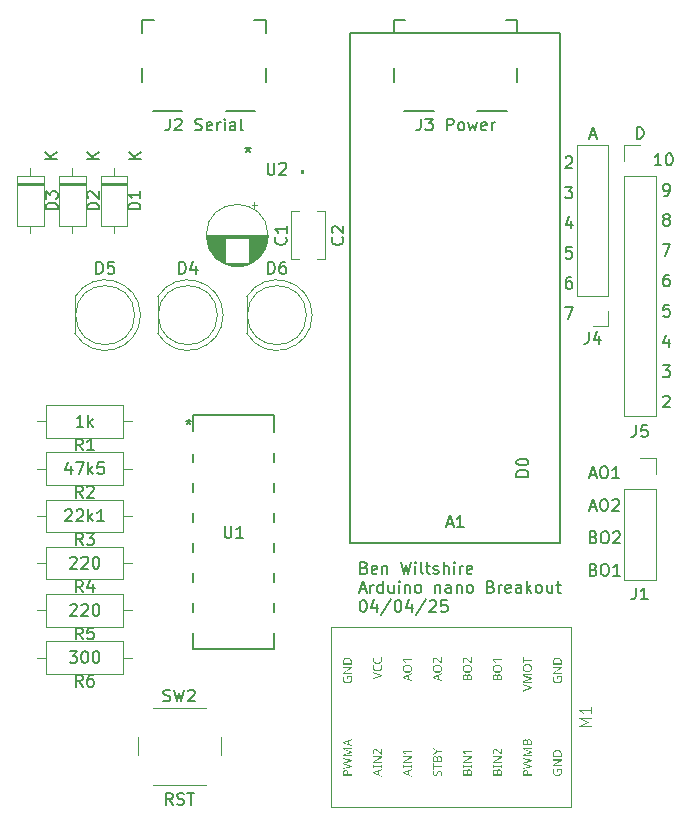
<source format=gbr>
%TF.GenerationSoftware,KiCad,Pcbnew,9.0.1-9.0.1-0~ubuntu24.04.1*%
%TF.CreationDate,2025-04-06T11:40:15+01:00*%
%TF.ProjectId,NanoMotorBreakout,4e616e6f-4d6f-4746-9f72-427265616b6f,rev?*%
%TF.SameCoordinates,Original*%
%TF.FileFunction,Legend,Top*%
%TF.FilePolarity,Positive*%
%FSLAX46Y46*%
G04 Gerber Fmt 4.6, Leading zero omitted, Abs format (unit mm)*
G04 Created by KiCad (PCBNEW 9.0.1-9.0.1-0~ubuntu24.04.1) date 2025-04-06 11:40:15*
%MOMM*%
%LPD*%
G01*
G04 APERTURE LIST*
%ADD10C,0.150000*%
%ADD11C,0.100000*%
%ADD12C,0.120000*%
%ADD13C,0.152400*%
%ADD14C,0.000000*%
G04 APERTURE END LIST*
D10*
X133001905Y-101690057D02*
X133049524Y-101642438D01*
X133049524Y-101642438D02*
X133144762Y-101594819D01*
X133144762Y-101594819D02*
X133382857Y-101594819D01*
X133382857Y-101594819D02*
X133478095Y-101642438D01*
X133478095Y-101642438D02*
X133525714Y-101690057D01*
X133525714Y-101690057D02*
X133573333Y-101785295D01*
X133573333Y-101785295D02*
X133573333Y-101880533D01*
X133573333Y-101880533D02*
X133525714Y-102023390D01*
X133525714Y-102023390D02*
X132954286Y-102594819D01*
X132954286Y-102594819D02*
X133573333Y-102594819D01*
X133954286Y-101690057D02*
X134001905Y-101642438D01*
X134001905Y-101642438D02*
X134097143Y-101594819D01*
X134097143Y-101594819D02*
X134335238Y-101594819D01*
X134335238Y-101594819D02*
X134430476Y-101642438D01*
X134430476Y-101642438D02*
X134478095Y-101690057D01*
X134478095Y-101690057D02*
X134525714Y-101785295D01*
X134525714Y-101785295D02*
X134525714Y-101880533D01*
X134525714Y-101880533D02*
X134478095Y-102023390D01*
X134478095Y-102023390D02*
X133906667Y-102594819D01*
X133906667Y-102594819D02*
X134525714Y-102594819D01*
X135144762Y-101594819D02*
X135240000Y-101594819D01*
X135240000Y-101594819D02*
X135335238Y-101642438D01*
X135335238Y-101642438D02*
X135382857Y-101690057D01*
X135382857Y-101690057D02*
X135430476Y-101785295D01*
X135430476Y-101785295D02*
X135478095Y-101975771D01*
X135478095Y-101975771D02*
X135478095Y-102213866D01*
X135478095Y-102213866D02*
X135430476Y-102404342D01*
X135430476Y-102404342D02*
X135382857Y-102499580D01*
X135382857Y-102499580D02*
X135335238Y-102547200D01*
X135335238Y-102547200D02*
X135240000Y-102594819D01*
X135240000Y-102594819D02*
X135144762Y-102594819D01*
X135144762Y-102594819D02*
X135049524Y-102547200D01*
X135049524Y-102547200D02*
X135001905Y-102499580D01*
X135001905Y-102499580D02*
X134954286Y-102404342D01*
X134954286Y-102404342D02*
X134906667Y-102213866D01*
X134906667Y-102213866D02*
X134906667Y-101975771D01*
X134906667Y-101975771D02*
X134954286Y-101785295D01*
X134954286Y-101785295D02*
X135001905Y-101690057D01*
X135001905Y-101690057D02*
X135049524Y-101642438D01*
X135049524Y-101642438D02*
X135144762Y-101594819D01*
X132954286Y-109594819D02*
X133573333Y-109594819D01*
X133573333Y-109594819D02*
X133240000Y-109975771D01*
X133240000Y-109975771D02*
X133382857Y-109975771D01*
X133382857Y-109975771D02*
X133478095Y-110023390D01*
X133478095Y-110023390D02*
X133525714Y-110071009D01*
X133525714Y-110071009D02*
X133573333Y-110166247D01*
X133573333Y-110166247D02*
X133573333Y-110404342D01*
X133573333Y-110404342D02*
X133525714Y-110499580D01*
X133525714Y-110499580D02*
X133478095Y-110547200D01*
X133478095Y-110547200D02*
X133382857Y-110594819D01*
X133382857Y-110594819D02*
X133097143Y-110594819D01*
X133097143Y-110594819D02*
X133001905Y-110547200D01*
X133001905Y-110547200D02*
X132954286Y-110499580D01*
X134192381Y-109594819D02*
X134287619Y-109594819D01*
X134287619Y-109594819D02*
X134382857Y-109642438D01*
X134382857Y-109642438D02*
X134430476Y-109690057D01*
X134430476Y-109690057D02*
X134478095Y-109785295D01*
X134478095Y-109785295D02*
X134525714Y-109975771D01*
X134525714Y-109975771D02*
X134525714Y-110213866D01*
X134525714Y-110213866D02*
X134478095Y-110404342D01*
X134478095Y-110404342D02*
X134430476Y-110499580D01*
X134430476Y-110499580D02*
X134382857Y-110547200D01*
X134382857Y-110547200D02*
X134287619Y-110594819D01*
X134287619Y-110594819D02*
X134192381Y-110594819D01*
X134192381Y-110594819D02*
X134097143Y-110547200D01*
X134097143Y-110547200D02*
X134049524Y-110499580D01*
X134049524Y-110499580D02*
X134001905Y-110404342D01*
X134001905Y-110404342D02*
X133954286Y-110213866D01*
X133954286Y-110213866D02*
X133954286Y-109975771D01*
X133954286Y-109975771D02*
X134001905Y-109785295D01*
X134001905Y-109785295D02*
X134049524Y-109690057D01*
X134049524Y-109690057D02*
X134097143Y-109642438D01*
X134097143Y-109642438D02*
X134192381Y-109594819D01*
X135144762Y-109594819D02*
X135240000Y-109594819D01*
X135240000Y-109594819D02*
X135335238Y-109642438D01*
X135335238Y-109642438D02*
X135382857Y-109690057D01*
X135382857Y-109690057D02*
X135430476Y-109785295D01*
X135430476Y-109785295D02*
X135478095Y-109975771D01*
X135478095Y-109975771D02*
X135478095Y-110213866D01*
X135478095Y-110213866D02*
X135430476Y-110404342D01*
X135430476Y-110404342D02*
X135382857Y-110499580D01*
X135382857Y-110499580D02*
X135335238Y-110547200D01*
X135335238Y-110547200D02*
X135240000Y-110594819D01*
X135240000Y-110594819D02*
X135144762Y-110594819D01*
X135144762Y-110594819D02*
X135049524Y-110547200D01*
X135049524Y-110547200D02*
X135001905Y-110499580D01*
X135001905Y-110499580D02*
X134954286Y-110404342D01*
X134954286Y-110404342D02*
X134906667Y-110213866D01*
X134906667Y-110213866D02*
X134906667Y-109975771D01*
X134906667Y-109975771D02*
X134954286Y-109785295D01*
X134954286Y-109785295D02*
X135001905Y-109690057D01*
X135001905Y-109690057D02*
X135049524Y-109642438D01*
X135049524Y-109642438D02*
X135144762Y-109594819D01*
X133001905Y-105690057D02*
X133049524Y-105642438D01*
X133049524Y-105642438D02*
X133144762Y-105594819D01*
X133144762Y-105594819D02*
X133382857Y-105594819D01*
X133382857Y-105594819D02*
X133478095Y-105642438D01*
X133478095Y-105642438D02*
X133525714Y-105690057D01*
X133525714Y-105690057D02*
X133573333Y-105785295D01*
X133573333Y-105785295D02*
X133573333Y-105880533D01*
X133573333Y-105880533D02*
X133525714Y-106023390D01*
X133525714Y-106023390D02*
X132954286Y-106594819D01*
X132954286Y-106594819D02*
X133573333Y-106594819D01*
X133954286Y-105690057D02*
X134001905Y-105642438D01*
X134001905Y-105642438D02*
X134097143Y-105594819D01*
X134097143Y-105594819D02*
X134335238Y-105594819D01*
X134335238Y-105594819D02*
X134430476Y-105642438D01*
X134430476Y-105642438D02*
X134478095Y-105690057D01*
X134478095Y-105690057D02*
X134525714Y-105785295D01*
X134525714Y-105785295D02*
X134525714Y-105880533D01*
X134525714Y-105880533D02*
X134478095Y-106023390D01*
X134478095Y-106023390D02*
X133906667Y-106594819D01*
X133906667Y-106594819D02*
X134525714Y-106594819D01*
X135144762Y-105594819D02*
X135240000Y-105594819D01*
X135240000Y-105594819D02*
X135335238Y-105642438D01*
X135335238Y-105642438D02*
X135382857Y-105690057D01*
X135382857Y-105690057D02*
X135430476Y-105785295D01*
X135430476Y-105785295D02*
X135478095Y-105975771D01*
X135478095Y-105975771D02*
X135478095Y-106213866D01*
X135478095Y-106213866D02*
X135430476Y-106404342D01*
X135430476Y-106404342D02*
X135382857Y-106499580D01*
X135382857Y-106499580D02*
X135335238Y-106547200D01*
X135335238Y-106547200D02*
X135240000Y-106594819D01*
X135240000Y-106594819D02*
X135144762Y-106594819D01*
X135144762Y-106594819D02*
X135049524Y-106547200D01*
X135049524Y-106547200D02*
X135001905Y-106499580D01*
X135001905Y-106499580D02*
X134954286Y-106404342D01*
X134954286Y-106404342D02*
X134906667Y-106213866D01*
X134906667Y-106213866D02*
X134906667Y-105975771D01*
X134906667Y-105975771D02*
X134954286Y-105785295D01*
X134954286Y-105785295D02*
X135001905Y-105690057D01*
X135001905Y-105690057D02*
X135049524Y-105642438D01*
X135049524Y-105642438D02*
X135144762Y-105594819D01*
X183166667Y-75142319D02*
X183833333Y-75142319D01*
X183833333Y-75142319D02*
X183404762Y-76142319D01*
X174964286Y-67800057D02*
X175011905Y-67752438D01*
X175011905Y-67752438D02*
X175107143Y-67704819D01*
X175107143Y-67704819D02*
X175345238Y-67704819D01*
X175345238Y-67704819D02*
X175440476Y-67752438D01*
X175440476Y-67752438D02*
X175488095Y-67800057D01*
X175488095Y-67800057D02*
X175535714Y-67895295D01*
X175535714Y-67895295D02*
X175535714Y-67990533D01*
X175535714Y-67990533D02*
X175488095Y-68133390D01*
X175488095Y-68133390D02*
X174916667Y-68704819D01*
X174916667Y-68704819D02*
X175535714Y-68704819D01*
X174916667Y-70254819D02*
X175535714Y-70254819D01*
X175535714Y-70254819D02*
X175202381Y-70635771D01*
X175202381Y-70635771D02*
X175345238Y-70635771D01*
X175345238Y-70635771D02*
X175440476Y-70683390D01*
X175440476Y-70683390D02*
X175488095Y-70731009D01*
X175488095Y-70731009D02*
X175535714Y-70826247D01*
X175535714Y-70826247D02*
X175535714Y-71064342D01*
X175535714Y-71064342D02*
X175488095Y-71159580D01*
X175488095Y-71159580D02*
X175440476Y-71207200D01*
X175440476Y-71207200D02*
X175345238Y-71254819D01*
X175345238Y-71254819D02*
X175059524Y-71254819D01*
X175059524Y-71254819D02*
X174964286Y-71207200D01*
X174964286Y-71207200D02*
X174916667Y-71159580D01*
X174916667Y-80454819D02*
X175583333Y-80454819D01*
X175583333Y-80454819D02*
X175154762Y-81454819D01*
X183059523Y-68454819D02*
X182488095Y-68454819D01*
X182773809Y-68454819D02*
X182773809Y-67454819D01*
X182773809Y-67454819D02*
X182678571Y-67597676D01*
X182678571Y-67597676D02*
X182583333Y-67692914D01*
X182583333Y-67692914D02*
X182488095Y-67740533D01*
X183678571Y-67454819D02*
X183773809Y-67454819D01*
X183773809Y-67454819D02*
X183869047Y-67502438D01*
X183869047Y-67502438D02*
X183916666Y-67550057D01*
X183916666Y-67550057D02*
X183964285Y-67645295D01*
X183964285Y-67645295D02*
X184011904Y-67835771D01*
X184011904Y-67835771D02*
X184011904Y-68073866D01*
X184011904Y-68073866D02*
X183964285Y-68264342D01*
X183964285Y-68264342D02*
X183916666Y-68359580D01*
X183916666Y-68359580D02*
X183869047Y-68407200D01*
X183869047Y-68407200D02*
X183773809Y-68454819D01*
X183773809Y-68454819D02*
X183678571Y-68454819D01*
X183678571Y-68454819D02*
X183583333Y-68407200D01*
X183583333Y-68407200D02*
X183535714Y-68359580D01*
X183535714Y-68359580D02*
X183488095Y-68264342D01*
X183488095Y-68264342D02*
X183440476Y-68073866D01*
X183440476Y-68073866D02*
X183440476Y-67835771D01*
X183440476Y-67835771D02*
X183488095Y-67645295D01*
X183488095Y-67645295D02*
X183535714Y-67550057D01*
X183535714Y-67550057D02*
X183583333Y-67502438D01*
X183583333Y-67502438D02*
X183678571Y-67454819D01*
X177011905Y-94669104D02*
X177488095Y-94669104D01*
X176916667Y-94954819D02*
X177250000Y-93954819D01*
X177250000Y-93954819D02*
X177583333Y-94954819D01*
X178107143Y-93954819D02*
X178297619Y-93954819D01*
X178297619Y-93954819D02*
X178392857Y-94002438D01*
X178392857Y-94002438D02*
X178488095Y-94097676D01*
X178488095Y-94097676D02*
X178535714Y-94288152D01*
X178535714Y-94288152D02*
X178535714Y-94621485D01*
X178535714Y-94621485D02*
X178488095Y-94811961D01*
X178488095Y-94811961D02*
X178392857Y-94907200D01*
X178392857Y-94907200D02*
X178297619Y-94954819D01*
X178297619Y-94954819D02*
X178107143Y-94954819D01*
X178107143Y-94954819D02*
X178011905Y-94907200D01*
X178011905Y-94907200D02*
X177916667Y-94811961D01*
X177916667Y-94811961D02*
X177869048Y-94621485D01*
X177869048Y-94621485D02*
X177869048Y-94288152D01*
X177869048Y-94288152D02*
X177916667Y-94097676D01*
X177916667Y-94097676D02*
X178011905Y-94002438D01*
X178011905Y-94002438D02*
X178107143Y-93954819D01*
X179488095Y-94954819D02*
X178916667Y-94954819D01*
X179202381Y-94954819D02*
X179202381Y-93954819D01*
X179202381Y-93954819D02*
X179107143Y-94097676D01*
X179107143Y-94097676D02*
X179011905Y-94192914D01*
X179011905Y-94192914D02*
X178916667Y-94240533D01*
X183166667Y-85392319D02*
X183785714Y-85392319D01*
X183785714Y-85392319D02*
X183452381Y-85773271D01*
X183452381Y-85773271D02*
X183595238Y-85773271D01*
X183595238Y-85773271D02*
X183690476Y-85820890D01*
X183690476Y-85820890D02*
X183738095Y-85868509D01*
X183738095Y-85868509D02*
X183785714Y-85963747D01*
X183785714Y-85963747D02*
X183785714Y-86201842D01*
X183785714Y-86201842D02*
X183738095Y-86297080D01*
X183738095Y-86297080D02*
X183690476Y-86344700D01*
X183690476Y-86344700D02*
X183595238Y-86392319D01*
X183595238Y-86392319D02*
X183309524Y-86392319D01*
X183309524Y-86392319D02*
X183214286Y-86344700D01*
X183214286Y-86344700D02*
X183166667Y-86297080D01*
X134120952Y-90594819D02*
X133549524Y-90594819D01*
X133835238Y-90594819D02*
X133835238Y-89594819D01*
X133835238Y-89594819D02*
X133740000Y-89737676D01*
X133740000Y-89737676D02*
X133644762Y-89832914D01*
X133644762Y-89832914D02*
X133549524Y-89880533D01*
X134549524Y-90594819D02*
X134549524Y-89594819D01*
X134644762Y-90213866D02*
X134930476Y-90594819D01*
X134930476Y-89928152D02*
X134549524Y-90309104D01*
X180988095Y-66204819D02*
X180988095Y-65204819D01*
X180988095Y-65204819D02*
X181226190Y-65204819D01*
X181226190Y-65204819D02*
X181369047Y-65252438D01*
X181369047Y-65252438D02*
X181464285Y-65347676D01*
X181464285Y-65347676D02*
X181511904Y-65442914D01*
X181511904Y-65442914D02*
X181559523Y-65633390D01*
X181559523Y-65633390D02*
X181559523Y-65776247D01*
X181559523Y-65776247D02*
X181511904Y-65966723D01*
X181511904Y-65966723D02*
X181464285Y-66061961D01*
X181464285Y-66061961D02*
X181369047Y-66157200D01*
X181369047Y-66157200D02*
X181226190Y-66204819D01*
X181226190Y-66204819D02*
X180988095Y-66204819D01*
X175440476Y-77904819D02*
X175250000Y-77904819D01*
X175250000Y-77904819D02*
X175154762Y-77952438D01*
X175154762Y-77952438D02*
X175107143Y-78000057D01*
X175107143Y-78000057D02*
X175011905Y-78142914D01*
X175011905Y-78142914D02*
X174964286Y-78333390D01*
X174964286Y-78333390D02*
X174964286Y-78714342D01*
X174964286Y-78714342D02*
X175011905Y-78809580D01*
X175011905Y-78809580D02*
X175059524Y-78857200D01*
X175059524Y-78857200D02*
X175154762Y-78904819D01*
X175154762Y-78904819D02*
X175345238Y-78904819D01*
X175345238Y-78904819D02*
X175440476Y-78857200D01*
X175440476Y-78857200D02*
X175488095Y-78809580D01*
X175488095Y-78809580D02*
X175535714Y-78714342D01*
X175535714Y-78714342D02*
X175535714Y-78476247D01*
X175535714Y-78476247D02*
X175488095Y-78381009D01*
X175488095Y-78381009D02*
X175440476Y-78333390D01*
X175440476Y-78333390D02*
X175345238Y-78285771D01*
X175345238Y-78285771D02*
X175154762Y-78285771D01*
X175154762Y-78285771D02*
X175059524Y-78333390D01*
X175059524Y-78333390D02*
X175011905Y-78381009D01*
X175011905Y-78381009D02*
X174964286Y-78476247D01*
X177321428Y-99931009D02*
X177464285Y-99978628D01*
X177464285Y-99978628D02*
X177511904Y-100026247D01*
X177511904Y-100026247D02*
X177559523Y-100121485D01*
X177559523Y-100121485D02*
X177559523Y-100264342D01*
X177559523Y-100264342D02*
X177511904Y-100359580D01*
X177511904Y-100359580D02*
X177464285Y-100407200D01*
X177464285Y-100407200D02*
X177369047Y-100454819D01*
X177369047Y-100454819D02*
X176988095Y-100454819D01*
X176988095Y-100454819D02*
X176988095Y-99454819D01*
X176988095Y-99454819D02*
X177321428Y-99454819D01*
X177321428Y-99454819D02*
X177416666Y-99502438D01*
X177416666Y-99502438D02*
X177464285Y-99550057D01*
X177464285Y-99550057D02*
X177511904Y-99645295D01*
X177511904Y-99645295D02*
X177511904Y-99740533D01*
X177511904Y-99740533D02*
X177464285Y-99835771D01*
X177464285Y-99835771D02*
X177416666Y-99883390D01*
X177416666Y-99883390D02*
X177321428Y-99931009D01*
X177321428Y-99931009D02*
X176988095Y-99931009D01*
X178178571Y-99454819D02*
X178369047Y-99454819D01*
X178369047Y-99454819D02*
X178464285Y-99502438D01*
X178464285Y-99502438D02*
X178559523Y-99597676D01*
X178559523Y-99597676D02*
X178607142Y-99788152D01*
X178607142Y-99788152D02*
X178607142Y-100121485D01*
X178607142Y-100121485D02*
X178559523Y-100311961D01*
X178559523Y-100311961D02*
X178464285Y-100407200D01*
X178464285Y-100407200D02*
X178369047Y-100454819D01*
X178369047Y-100454819D02*
X178178571Y-100454819D01*
X178178571Y-100454819D02*
X178083333Y-100407200D01*
X178083333Y-100407200D02*
X177988095Y-100311961D01*
X177988095Y-100311961D02*
X177940476Y-100121485D01*
X177940476Y-100121485D02*
X177940476Y-99788152D01*
X177940476Y-99788152D02*
X177988095Y-99597676D01*
X177988095Y-99597676D02*
X178083333Y-99502438D01*
X178083333Y-99502438D02*
X178178571Y-99454819D01*
X178988095Y-99550057D02*
X179035714Y-99502438D01*
X179035714Y-99502438D02*
X179130952Y-99454819D01*
X179130952Y-99454819D02*
X179369047Y-99454819D01*
X179369047Y-99454819D02*
X179464285Y-99502438D01*
X179464285Y-99502438D02*
X179511904Y-99550057D01*
X179511904Y-99550057D02*
X179559523Y-99645295D01*
X179559523Y-99645295D02*
X179559523Y-99740533D01*
X179559523Y-99740533D02*
X179511904Y-99883390D01*
X179511904Y-99883390D02*
X178940476Y-100454819D01*
X178940476Y-100454819D02*
X179559523Y-100454819D01*
X177321428Y-102681009D02*
X177464285Y-102728628D01*
X177464285Y-102728628D02*
X177511904Y-102776247D01*
X177511904Y-102776247D02*
X177559523Y-102871485D01*
X177559523Y-102871485D02*
X177559523Y-103014342D01*
X177559523Y-103014342D02*
X177511904Y-103109580D01*
X177511904Y-103109580D02*
X177464285Y-103157200D01*
X177464285Y-103157200D02*
X177369047Y-103204819D01*
X177369047Y-103204819D02*
X176988095Y-103204819D01*
X176988095Y-103204819D02*
X176988095Y-102204819D01*
X176988095Y-102204819D02*
X177321428Y-102204819D01*
X177321428Y-102204819D02*
X177416666Y-102252438D01*
X177416666Y-102252438D02*
X177464285Y-102300057D01*
X177464285Y-102300057D02*
X177511904Y-102395295D01*
X177511904Y-102395295D02*
X177511904Y-102490533D01*
X177511904Y-102490533D02*
X177464285Y-102585771D01*
X177464285Y-102585771D02*
X177416666Y-102633390D01*
X177416666Y-102633390D02*
X177321428Y-102681009D01*
X177321428Y-102681009D02*
X176988095Y-102681009D01*
X178178571Y-102204819D02*
X178369047Y-102204819D01*
X178369047Y-102204819D02*
X178464285Y-102252438D01*
X178464285Y-102252438D02*
X178559523Y-102347676D01*
X178559523Y-102347676D02*
X178607142Y-102538152D01*
X178607142Y-102538152D02*
X178607142Y-102871485D01*
X178607142Y-102871485D02*
X178559523Y-103061961D01*
X178559523Y-103061961D02*
X178464285Y-103157200D01*
X178464285Y-103157200D02*
X178369047Y-103204819D01*
X178369047Y-103204819D02*
X178178571Y-103204819D01*
X178178571Y-103204819D02*
X178083333Y-103157200D01*
X178083333Y-103157200D02*
X177988095Y-103061961D01*
X177988095Y-103061961D02*
X177940476Y-102871485D01*
X177940476Y-102871485D02*
X177940476Y-102538152D01*
X177940476Y-102538152D02*
X177988095Y-102347676D01*
X177988095Y-102347676D02*
X178083333Y-102252438D01*
X178083333Y-102252438D02*
X178178571Y-102204819D01*
X179559523Y-103204819D02*
X178988095Y-103204819D01*
X179273809Y-103204819D02*
X179273809Y-102204819D01*
X179273809Y-102204819D02*
X179178571Y-102347676D01*
X179178571Y-102347676D02*
X179083333Y-102442914D01*
X179083333Y-102442914D02*
X178988095Y-102490533D01*
X157910112Y-102516121D02*
X158052969Y-102563740D01*
X158052969Y-102563740D02*
X158100588Y-102611359D01*
X158100588Y-102611359D02*
X158148207Y-102706597D01*
X158148207Y-102706597D02*
X158148207Y-102849454D01*
X158148207Y-102849454D02*
X158100588Y-102944692D01*
X158100588Y-102944692D02*
X158052969Y-102992312D01*
X158052969Y-102992312D02*
X157957731Y-103039931D01*
X157957731Y-103039931D02*
X157576779Y-103039931D01*
X157576779Y-103039931D02*
X157576779Y-102039931D01*
X157576779Y-102039931D02*
X157910112Y-102039931D01*
X157910112Y-102039931D02*
X158005350Y-102087550D01*
X158005350Y-102087550D02*
X158052969Y-102135169D01*
X158052969Y-102135169D02*
X158100588Y-102230407D01*
X158100588Y-102230407D02*
X158100588Y-102325645D01*
X158100588Y-102325645D02*
X158052969Y-102420883D01*
X158052969Y-102420883D02*
X158005350Y-102468502D01*
X158005350Y-102468502D02*
X157910112Y-102516121D01*
X157910112Y-102516121D02*
X157576779Y-102516121D01*
X158957731Y-102992312D02*
X158862493Y-103039931D01*
X158862493Y-103039931D02*
X158672017Y-103039931D01*
X158672017Y-103039931D02*
X158576779Y-102992312D01*
X158576779Y-102992312D02*
X158529160Y-102897073D01*
X158529160Y-102897073D02*
X158529160Y-102516121D01*
X158529160Y-102516121D02*
X158576779Y-102420883D01*
X158576779Y-102420883D02*
X158672017Y-102373264D01*
X158672017Y-102373264D02*
X158862493Y-102373264D01*
X158862493Y-102373264D02*
X158957731Y-102420883D01*
X158957731Y-102420883D02*
X159005350Y-102516121D01*
X159005350Y-102516121D02*
X159005350Y-102611359D01*
X159005350Y-102611359D02*
X158529160Y-102706597D01*
X159433922Y-102373264D02*
X159433922Y-103039931D01*
X159433922Y-102468502D02*
X159481541Y-102420883D01*
X159481541Y-102420883D02*
X159576779Y-102373264D01*
X159576779Y-102373264D02*
X159719636Y-102373264D01*
X159719636Y-102373264D02*
X159814874Y-102420883D01*
X159814874Y-102420883D02*
X159862493Y-102516121D01*
X159862493Y-102516121D02*
X159862493Y-103039931D01*
X161005351Y-102039931D02*
X161243446Y-103039931D01*
X161243446Y-103039931D02*
X161433922Y-102325645D01*
X161433922Y-102325645D02*
X161624398Y-103039931D01*
X161624398Y-103039931D02*
X161862494Y-102039931D01*
X162243446Y-103039931D02*
X162243446Y-102373264D01*
X162243446Y-102039931D02*
X162195827Y-102087550D01*
X162195827Y-102087550D02*
X162243446Y-102135169D01*
X162243446Y-102135169D02*
X162291065Y-102087550D01*
X162291065Y-102087550D02*
X162243446Y-102039931D01*
X162243446Y-102039931D02*
X162243446Y-102135169D01*
X162862493Y-103039931D02*
X162767255Y-102992312D01*
X162767255Y-102992312D02*
X162719636Y-102897073D01*
X162719636Y-102897073D02*
X162719636Y-102039931D01*
X163100589Y-102373264D02*
X163481541Y-102373264D01*
X163243446Y-102039931D02*
X163243446Y-102897073D01*
X163243446Y-102897073D02*
X163291065Y-102992312D01*
X163291065Y-102992312D02*
X163386303Y-103039931D01*
X163386303Y-103039931D02*
X163481541Y-103039931D01*
X163767256Y-102992312D02*
X163862494Y-103039931D01*
X163862494Y-103039931D02*
X164052970Y-103039931D01*
X164052970Y-103039931D02*
X164148208Y-102992312D01*
X164148208Y-102992312D02*
X164195827Y-102897073D01*
X164195827Y-102897073D02*
X164195827Y-102849454D01*
X164195827Y-102849454D02*
X164148208Y-102754216D01*
X164148208Y-102754216D02*
X164052970Y-102706597D01*
X164052970Y-102706597D02*
X163910113Y-102706597D01*
X163910113Y-102706597D02*
X163814875Y-102658978D01*
X163814875Y-102658978D02*
X163767256Y-102563740D01*
X163767256Y-102563740D02*
X163767256Y-102516121D01*
X163767256Y-102516121D02*
X163814875Y-102420883D01*
X163814875Y-102420883D02*
X163910113Y-102373264D01*
X163910113Y-102373264D02*
X164052970Y-102373264D01*
X164052970Y-102373264D02*
X164148208Y-102420883D01*
X164624399Y-103039931D02*
X164624399Y-102039931D01*
X165052970Y-103039931D02*
X165052970Y-102516121D01*
X165052970Y-102516121D02*
X165005351Y-102420883D01*
X165005351Y-102420883D02*
X164910113Y-102373264D01*
X164910113Y-102373264D02*
X164767256Y-102373264D01*
X164767256Y-102373264D02*
X164672018Y-102420883D01*
X164672018Y-102420883D02*
X164624399Y-102468502D01*
X165529161Y-103039931D02*
X165529161Y-102373264D01*
X165529161Y-102039931D02*
X165481542Y-102087550D01*
X165481542Y-102087550D02*
X165529161Y-102135169D01*
X165529161Y-102135169D02*
X165576780Y-102087550D01*
X165576780Y-102087550D02*
X165529161Y-102039931D01*
X165529161Y-102039931D02*
X165529161Y-102135169D01*
X166005351Y-103039931D02*
X166005351Y-102373264D01*
X166005351Y-102563740D02*
X166052970Y-102468502D01*
X166052970Y-102468502D02*
X166100589Y-102420883D01*
X166100589Y-102420883D02*
X166195827Y-102373264D01*
X166195827Y-102373264D02*
X166291065Y-102373264D01*
X167005351Y-102992312D02*
X166910113Y-103039931D01*
X166910113Y-103039931D02*
X166719637Y-103039931D01*
X166719637Y-103039931D02*
X166624399Y-102992312D01*
X166624399Y-102992312D02*
X166576780Y-102897073D01*
X166576780Y-102897073D02*
X166576780Y-102516121D01*
X166576780Y-102516121D02*
X166624399Y-102420883D01*
X166624399Y-102420883D02*
X166719637Y-102373264D01*
X166719637Y-102373264D02*
X166910113Y-102373264D01*
X166910113Y-102373264D02*
X167005351Y-102420883D01*
X167005351Y-102420883D02*
X167052970Y-102516121D01*
X167052970Y-102516121D02*
X167052970Y-102611359D01*
X167052970Y-102611359D02*
X166576780Y-102706597D01*
X157529160Y-104364160D02*
X158005350Y-104364160D01*
X157433922Y-104649875D02*
X157767255Y-103649875D01*
X157767255Y-103649875D02*
X158100588Y-104649875D01*
X158433922Y-104649875D02*
X158433922Y-103983208D01*
X158433922Y-104173684D02*
X158481541Y-104078446D01*
X158481541Y-104078446D02*
X158529160Y-104030827D01*
X158529160Y-104030827D02*
X158624398Y-103983208D01*
X158624398Y-103983208D02*
X158719636Y-103983208D01*
X159481541Y-104649875D02*
X159481541Y-103649875D01*
X159481541Y-104602256D02*
X159386303Y-104649875D01*
X159386303Y-104649875D02*
X159195827Y-104649875D01*
X159195827Y-104649875D02*
X159100589Y-104602256D01*
X159100589Y-104602256D02*
X159052970Y-104554636D01*
X159052970Y-104554636D02*
X159005351Y-104459398D01*
X159005351Y-104459398D02*
X159005351Y-104173684D01*
X159005351Y-104173684D02*
X159052970Y-104078446D01*
X159052970Y-104078446D02*
X159100589Y-104030827D01*
X159100589Y-104030827D02*
X159195827Y-103983208D01*
X159195827Y-103983208D02*
X159386303Y-103983208D01*
X159386303Y-103983208D02*
X159481541Y-104030827D01*
X160386303Y-103983208D02*
X160386303Y-104649875D01*
X159957732Y-103983208D02*
X159957732Y-104507017D01*
X159957732Y-104507017D02*
X160005351Y-104602256D01*
X160005351Y-104602256D02*
X160100589Y-104649875D01*
X160100589Y-104649875D02*
X160243446Y-104649875D01*
X160243446Y-104649875D02*
X160338684Y-104602256D01*
X160338684Y-104602256D02*
X160386303Y-104554636D01*
X160862494Y-104649875D02*
X160862494Y-103983208D01*
X160862494Y-103649875D02*
X160814875Y-103697494D01*
X160814875Y-103697494D02*
X160862494Y-103745113D01*
X160862494Y-103745113D02*
X160910113Y-103697494D01*
X160910113Y-103697494D02*
X160862494Y-103649875D01*
X160862494Y-103649875D02*
X160862494Y-103745113D01*
X161338684Y-103983208D02*
X161338684Y-104649875D01*
X161338684Y-104078446D02*
X161386303Y-104030827D01*
X161386303Y-104030827D02*
X161481541Y-103983208D01*
X161481541Y-103983208D02*
X161624398Y-103983208D01*
X161624398Y-103983208D02*
X161719636Y-104030827D01*
X161719636Y-104030827D02*
X161767255Y-104126065D01*
X161767255Y-104126065D02*
X161767255Y-104649875D01*
X162386303Y-104649875D02*
X162291065Y-104602256D01*
X162291065Y-104602256D02*
X162243446Y-104554636D01*
X162243446Y-104554636D02*
X162195827Y-104459398D01*
X162195827Y-104459398D02*
X162195827Y-104173684D01*
X162195827Y-104173684D02*
X162243446Y-104078446D01*
X162243446Y-104078446D02*
X162291065Y-104030827D01*
X162291065Y-104030827D02*
X162386303Y-103983208D01*
X162386303Y-103983208D02*
X162529160Y-103983208D01*
X162529160Y-103983208D02*
X162624398Y-104030827D01*
X162624398Y-104030827D02*
X162672017Y-104078446D01*
X162672017Y-104078446D02*
X162719636Y-104173684D01*
X162719636Y-104173684D02*
X162719636Y-104459398D01*
X162719636Y-104459398D02*
X162672017Y-104554636D01*
X162672017Y-104554636D02*
X162624398Y-104602256D01*
X162624398Y-104602256D02*
X162529160Y-104649875D01*
X162529160Y-104649875D02*
X162386303Y-104649875D01*
X163910113Y-103983208D02*
X163910113Y-104649875D01*
X163910113Y-104078446D02*
X163957732Y-104030827D01*
X163957732Y-104030827D02*
X164052970Y-103983208D01*
X164052970Y-103983208D02*
X164195827Y-103983208D01*
X164195827Y-103983208D02*
X164291065Y-104030827D01*
X164291065Y-104030827D02*
X164338684Y-104126065D01*
X164338684Y-104126065D02*
X164338684Y-104649875D01*
X165243446Y-104649875D02*
X165243446Y-104126065D01*
X165243446Y-104126065D02*
X165195827Y-104030827D01*
X165195827Y-104030827D02*
X165100589Y-103983208D01*
X165100589Y-103983208D02*
X164910113Y-103983208D01*
X164910113Y-103983208D02*
X164814875Y-104030827D01*
X165243446Y-104602256D02*
X165148208Y-104649875D01*
X165148208Y-104649875D02*
X164910113Y-104649875D01*
X164910113Y-104649875D02*
X164814875Y-104602256D01*
X164814875Y-104602256D02*
X164767256Y-104507017D01*
X164767256Y-104507017D02*
X164767256Y-104411779D01*
X164767256Y-104411779D02*
X164814875Y-104316541D01*
X164814875Y-104316541D02*
X164910113Y-104268922D01*
X164910113Y-104268922D02*
X165148208Y-104268922D01*
X165148208Y-104268922D02*
X165243446Y-104221303D01*
X165719637Y-103983208D02*
X165719637Y-104649875D01*
X165719637Y-104078446D02*
X165767256Y-104030827D01*
X165767256Y-104030827D02*
X165862494Y-103983208D01*
X165862494Y-103983208D02*
X166005351Y-103983208D01*
X166005351Y-103983208D02*
X166100589Y-104030827D01*
X166100589Y-104030827D02*
X166148208Y-104126065D01*
X166148208Y-104126065D02*
X166148208Y-104649875D01*
X166767256Y-104649875D02*
X166672018Y-104602256D01*
X166672018Y-104602256D02*
X166624399Y-104554636D01*
X166624399Y-104554636D02*
X166576780Y-104459398D01*
X166576780Y-104459398D02*
X166576780Y-104173684D01*
X166576780Y-104173684D02*
X166624399Y-104078446D01*
X166624399Y-104078446D02*
X166672018Y-104030827D01*
X166672018Y-104030827D02*
X166767256Y-103983208D01*
X166767256Y-103983208D02*
X166910113Y-103983208D01*
X166910113Y-103983208D02*
X167005351Y-104030827D01*
X167005351Y-104030827D02*
X167052970Y-104078446D01*
X167052970Y-104078446D02*
X167100589Y-104173684D01*
X167100589Y-104173684D02*
X167100589Y-104459398D01*
X167100589Y-104459398D02*
X167052970Y-104554636D01*
X167052970Y-104554636D02*
X167005351Y-104602256D01*
X167005351Y-104602256D02*
X166910113Y-104649875D01*
X166910113Y-104649875D02*
X166767256Y-104649875D01*
X168624399Y-104126065D02*
X168767256Y-104173684D01*
X168767256Y-104173684D02*
X168814875Y-104221303D01*
X168814875Y-104221303D02*
X168862494Y-104316541D01*
X168862494Y-104316541D02*
X168862494Y-104459398D01*
X168862494Y-104459398D02*
X168814875Y-104554636D01*
X168814875Y-104554636D02*
X168767256Y-104602256D01*
X168767256Y-104602256D02*
X168672018Y-104649875D01*
X168672018Y-104649875D02*
X168291066Y-104649875D01*
X168291066Y-104649875D02*
X168291066Y-103649875D01*
X168291066Y-103649875D02*
X168624399Y-103649875D01*
X168624399Y-103649875D02*
X168719637Y-103697494D01*
X168719637Y-103697494D02*
X168767256Y-103745113D01*
X168767256Y-103745113D02*
X168814875Y-103840351D01*
X168814875Y-103840351D02*
X168814875Y-103935589D01*
X168814875Y-103935589D02*
X168767256Y-104030827D01*
X168767256Y-104030827D02*
X168719637Y-104078446D01*
X168719637Y-104078446D02*
X168624399Y-104126065D01*
X168624399Y-104126065D02*
X168291066Y-104126065D01*
X169291066Y-104649875D02*
X169291066Y-103983208D01*
X169291066Y-104173684D02*
X169338685Y-104078446D01*
X169338685Y-104078446D02*
X169386304Y-104030827D01*
X169386304Y-104030827D02*
X169481542Y-103983208D01*
X169481542Y-103983208D02*
X169576780Y-103983208D01*
X170291066Y-104602256D02*
X170195828Y-104649875D01*
X170195828Y-104649875D02*
X170005352Y-104649875D01*
X170005352Y-104649875D02*
X169910114Y-104602256D01*
X169910114Y-104602256D02*
X169862495Y-104507017D01*
X169862495Y-104507017D02*
X169862495Y-104126065D01*
X169862495Y-104126065D02*
X169910114Y-104030827D01*
X169910114Y-104030827D02*
X170005352Y-103983208D01*
X170005352Y-103983208D02*
X170195828Y-103983208D01*
X170195828Y-103983208D02*
X170291066Y-104030827D01*
X170291066Y-104030827D02*
X170338685Y-104126065D01*
X170338685Y-104126065D02*
X170338685Y-104221303D01*
X170338685Y-104221303D02*
X169862495Y-104316541D01*
X171195828Y-104649875D02*
X171195828Y-104126065D01*
X171195828Y-104126065D02*
X171148209Y-104030827D01*
X171148209Y-104030827D02*
X171052971Y-103983208D01*
X171052971Y-103983208D02*
X170862495Y-103983208D01*
X170862495Y-103983208D02*
X170767257Y-104030827D01*
X171195828Y-104602256D02*
X171100590Y-104649875D01*
X171100590Y-104649875D02*
X170862495Y-104649875D01*
X170862495Y-104649875D02*
X170767257Y-104602256D01*
X170767257Y-104602256D02*
X170719638Y-104507017D01*
X170719638Y-104507017D02*
X170719638Y-104411779D01*
X170719638Y-104411779D02*
X170767257Y-104316541D01*
X170767257Y-104316541D02*
X170862495Y-104268922D01*
X170862495Y-104268922D02*
X171100590Y-104268922D01*
X171100590Y-104268922D02*
X171195828Y-104221303D01*
X171672019Y-104649875D02*
X171672019Y-103649875D01*
X171767257Y-104268922D02*
X172052971Y-104649875D01*
X172052971Y-103983208D02*
X171672019Y-104364160D01*
X172624400Y-104649875D02*
X172529162Y-104602256D01*
X172529162Y-104602256D02*
X172481543Y-104554636D01*
X172481543Y-104554636D02*
X172433924Y-104459398D01*
X172433924Y-104459398D02*
X172433924Y-104173684D01*
X172433924Y-104173684D02*
X172481543Y-104078446D01*
X172481543Y-104078446D02*
X172529162Y-104030827D01*
X172529162Y-104030827D02*
X172624400Y-103983208D01*
X172624400Y-103983208D02*
X172767257Y-103983208D01*
X172767257Y-103983208D02*
X172862495Y-104030827D01*
X172862495Y-104030827D02*
X172910114Y-104078446D01*
X172910114Y-104078446D02*
X172957733Y-104173684D01*
X172957733Y-104173684D02*
X172957733Y-104459398D01*
X172957733Y-104459398D02*
X172910114Y-104554636D01*
X172910114Y-104554636D02*
X172862495Y-104602256D01*
X172862495Y-104602256D02*
X172767257Y-104649875D01*
X172767257Y-104649875D02*
X172624400Y-104649875D01*
X173814876Y-103983208D02*
X173814876Y-104649875D01*
X173386305Y-103983208D02*
X173386305Y-104507017D01*
X173386305Y-104507017D02*
X173433924Y-104602256D01*
X173433924Y-104602256D02*
X173529162Y-104649875D01*
X173529162Y-104649875D02*
X173672019Y-104649875D01*
X173672019Y-104649875D02*
X173767257Y-104602256D01*
X173767257Y-104602256D02*
X173814876Y-104554636D01*
X174148210Y-103983208D02*
X174529162Y-103983208D01*
X174291067Y-103649875D02*
X174291067Y-104507017D01*
X174291067Y-104507017D02*
X174338686Y-104602256D01*
X174338686Y-104602256D02*
X174433924Y-104649875D01*
X174433924Y-104649875D02*
X174529162Y-104649875D01*
X157767255Y-105259819D02*
X157862493Y-105259819D01*
X157862493Y-105259819D02*
X157957731Y-105307438D01*
X157957731Y-105307438D02*
X158005350Y-105355057D01*
X158005350Y-105355057D02*
X158052969Y-105450295D01*
X158052969Y-105450295D02*
X158100588Y-105640771D01*
X158100588Y-105640771D02*
X158100588Y-105878866D01*
X158100588Y-105878866D02*
X158052969Y-106069342D01*
X158052969Y-106069342D02*
X158005350Y-106164580D01*
X158005350Y-106164580D02*
X157957731Y-106212200D01*
X157957731Y-106212200D02*
X157862493Y-106259819D01*
X157862493Y-106259819D02*
X157767255Y-106259819D01*
X157767255Y-106259819D02*
X157672017Y-106212200D01*
X157672017Y-106212200D02*
X157624398Y-106164580D01*
X157624398Y-106164580D02*
X157576779Y-106069342D01*
X157576779Y-106069342D02*
X157529160Y-105878866D01*
X157529160Y-105878866D02*
X157529160Y-105640771D01*
X157529160Y-105640771D02*
X157576779Y-105450295D01*
X157576779Y-105450295D02*
X157624398Y-105355057D01*
X157624398Y-105355057D02*
X157672017Y-105307438D01*
X157672017Y-105307438D02*
X157767255Y-105259819D01*
X158957731Y-105593152D02*
X158957731Y-106259819D01*
X158719636Y-105212200D02*
X158481541Y-105926485D01*
X158481541Y-105926485D02*
X159100588Y-105926485D01*
X160195826Y-105212200D02*
X159338684Y-106497914D01*
X160719636Y-105259819D02*
X160814874Y-105259819D01*
X160814874Y-105259819D02*
X160910112Y-105307438D01*
X160910112Y-105307438D02*
X160957731Y-105355057D01*
X160957731Y-105355057D02*
X161005350Y-105450295D01*
X161005350Y-105450295D02*
X161052969Y-105640771D01*
X161052969Y-105640771D02*
X161052969Y-105878866D01*
X161052969Y-105878866D02*
X161005350Y-106069342D01*
X161005350Y-106069342D02*
X160957731Y-106164580D01*
X160957731Y-106164580D02*
X160910112Y-106212200D01*
X160910112Y-106212200D02*
X160814874Y-106259819D01*
X160814874Y-106259819D02*
X160719636Y-106259819D01*
X160719636Y-106259819D02*
X160624398Y-106212200D01*
X160624398Y-106212200D02*
X160576779Y-106164580D01*
X160576779Y-106164580D02*
X160529160Y-106069342D01*
X160529160Y-106069342D02*
X160481541Y-105878866D01*
X160481541Y-105878866D02*
X160481541Y-105640771D01*
X160481541Y-105640771D02*
X160529160Y-105450295D01*
X160529160Y-105450295D02*
X160576779Y-105355057D01*
X160576779Y-105355057D02*
X160624398Y-105307438D01*
X160624398Y-105307438D02*
X160719636Y-105259819D01*
X161910112Y-105593152D02*
X161910112Y-106259819D01*
X161672017Y-105212200D02*
X161433922Y-105926485D01*
X161433922Y-105926485D02*
X162052969Y-105926485D01*
X163148207Y-105212200D02*
X162291065Y-106497914D01*
X163433922Y-105355057D02*
X163481541Y-105307438D01*
X163481541Y-105307438D02*
X163576779Y-105259819D01*
X163576779Y-105259819D02*
X163814874Y-105259819D01*
X163814874Y-105259819D02*
X163910112Y-105307438D01*
X163910112Y-105307438D02*
X163957731Y-105355057D01*
X163957731Y-105355057D02*
X164005350Y-105450295D01*
X164005350Y-105450295D02*
X164005350Y-105545533D01*
X164005350Y-105545533D02*
X163957731Y-105688390D01*
X163957731Y-105688390D02*
X163386303Y-106259819D01*
X163386303Y-106259819D02*
X164005350Y-106259819D01*
X164910112Y-105259819D02*
X164433922Y-105259819D01*
X164433922Y-105259819D02*
X164386303Y-105736009D01*
X164386303Y-105736009D02*
X164433922Y-105688390D01*
X164433922Y-105688390D02*
X164529160Y-105640771D01*
X164529160Y-105640771D02*
X164767255Y-105640771D01*
X164767255Y-105640771D02*
X164862493Y-105688390D01*
X164862493Y-105688390D02*
X164910112Y-105736009D01*
X164910112Y-105736009D02*
X164957731Y-105831247D01*
X164957731Y-105831247D02*
X164957731Y-106069342D01*
X164957731Y-106069342D02*
X164910112Y-106164580D01*
X164910112Y-106164580D02*
X164862493Y-106212200D01*
X164862493Y-106212200D02*
X164767255Y-106259819D01*
X164767255Y-106259819D02*
X164529160Y-106259819D01*
X164529160Y-106259819D02*
X164433922Y-106212200D01*
X164433922Y-106212200D02*
X164386303Y-106164580D01*
X133073333Y-93928152D02*
X133073333Y-94594819D01*
X132835238Y-93547200D02*
X132597143Y-94261485D01*
X132597143Y-94261485D02*
X133216190Y-94261485D01*
X133501905Y-93594819D02*
X134168571Y-93594819D01*
X134168571Y-93594819D02*
X133740000Y-94594819D01*
X134549524Y-94594819D02*
X134549524Y-93594819D01*
X134644762Y-94213866D02*
X134930476Y-94594819D01*
X134930476Y-93928152D02*
X134549524Y-94309104D01*
X135835238Y-93594819D02*
X135359048Y-93594819D01*
X135359048Y-93594819D02*
X135311429Y-94071009D01*
X135311429Y-94071009D02*
X135359048Y-94023390D01*
X135359048Y-94023390D02*
X135454286Y-93975771D01*
X135454286Y-93975771D02*
X135692381Y-93975771D01*
X135692381Y-93975771D02*
X135787619Y-94023390D01*
X135787619Y-94023390D02*
X135835238Y-94071009D01*
X135835238Y-94071009D02*
X135882857Y-94166247D01*
X135882857Y-94166247D02*
X135882857Y-94404342D01*
X135882857Y-94404342D02*
X135835238Y-94499580D01*
X135835238Y-94499580D02*
X135787619Y-94547200D01*
X135787619Y-94547200D02*
X135692381Y-94594819D01*
X135692381Y-94594819D02*
X135454286Y-94594819D01*
X135454286Y-94594819D02*
X135359048Y-94547200D01*
X135359048Y-94547200D02*
X135311429Y-94499580D01*
X183214286Y-88050057D02*
X183261905Y-88002438D01*
X183261905Y-88002438D02*
X183357143Y-87954819D01*
X183357143Y-87954819D02*
X183595238Y-87954819D01*
X183595238Y-87954819D02*
X183690476Y-88002438D01*
X183690476Y-88002438D02*
X183738095Y-88050057D01*
X183738095Y-88050057D02*
X183785714Y-88145295D01*
X183785714Y-88145295D02*
X183785714Y-88240533D01*
X183785714Y-88240533D02*
X183738095Y-88383390D01*
X183738095Y-88383390D02*
X183166667Y-88954819D01*
X183166667Y-88954819D02*
X183785714Y-88954819D01*
X183690476Y-77704819D02*
X183500000Y-77704819D01*
X183500000Y-77704819D02*
X183404762Y-77752438D01*
X183404762Y-77752438D02*
X183357143Y-77800057D01*
X183357143Y-77800057D02*
X183261905Y-77942914D01*
X183261905Y-77942914D02*
X183214286Y-78133390D01*
X183214286Y-78133390D02*
X183214286Y-78514342D01*
X183214286Y-78514342D02*
X183261905Y-78609580D01*
X183261905Y-78609580D02*
X183309524Y-78657200D01*
X183309524Y-78657200D02*
X183404762Y-78704819D01*
X183404762Y-78704819D02*
X183595238Y-78704819D01*
X183595238Y-78704819D02*
X183690476Y-78657200D01*
X183690476Y-78657200D02*
X183738095Y-78609580D01*
X183738095Y-78609580D02*
X183785714Y-78514342D01*
X183785714Y-78514342D02*
X183785714Y-78276247D01*
X183785714Y-78276247D02*
X183738095Y-78181009D01*
X183738095Y-78181009D02*
X183690476Y-78133390D01*
X183690476Y-78133390D02*
X183595238Y-78085771D01*
X183595238Y-78085771D02*
X183404762Y-78085771D01*
X183404762Y-78085771D02*
X183309524Y-78133390D01*
X183309524Y-78133390D02*
X183261905Y-78181009D01*
X183261905Y-78181009D02*
X183214286Y-78276247D01*
X177011905Y-97419104D02*
X177488095Y-97419104D01*
X176916667Y-97704819D02*
X177250000Y-96704819D01*
X177250000Y-96704819D02*
X177583333Y-97704819D01*
X178107143Y-96704819D02*
X178297619Y-96704819D01*
X178297619Y-96704819D02*
X178392857Y-96752438D01*
X178392857Y-96752438D02*
X178488095Y-96847676D01*
X178488095Y-96847676D02*
X178535714Y-97038152D01*
X178535714Y-97038152D02*
X178535714Y-97371485D01*
X178535714Y-97371485D02*
X178488095Y-97561961D01*
X178488095Y-97561961D02*
X178392857Y-97657200D01*
X178392857Y-97657200D02*
X178297619Y-97704819D01*
X178297619Y-97704819D02*
X178107143Y-97704819D01*
X178107143Y-97704819D02*
X178011905Y-97657200D01*
X178011905Y-97657200D02*
X177916667Y-97561961D01*
X177916667Y-97561961D02*
X177869048Y-97371485D01*
X177869048Y-97371485D02*
X177869048Y-97038152D01*
X177869048Y-97038152D02*
X177916667Y-96847676D01*
X177916667Y-96847676D02*
X178011905Y-96752438D01*
X178011905Y-96752438D02*
X178107143Y-96704819D01*
X178916667Y-96800057D02*
X178964286Y-96752438D01*
X178964286Y-96752438D02*
X179059524Y-96704819D01*
X179059524Y-96704819D02*
X179297619Y-96704819D01*
X179297619Y-96704819D02*
X179392857Y-96752438D01*
X179392857Y-96752438D02*
X179440476Y-96800057D01*
X179440476Y-96800057D02*
X179488095Y-96895295D01*
X179488095Y-96895295D02*
X179488095Y-96990533D01*
X179488095Y-96990533D02*
X179440476Y-97133390D01*
X179440476Y-97133390D02*
X178869048Y-97704819D01*
X178869048Y-97704819D02*
X179488095Y-97704819D01*
X183404762Y-73008390D02*
X183309524Y-72960771D01*
X183309524Y-72960771D02*
X183261905Y-72913152D01*
X183261905Y-72913152D02*
X183214286Y-72817914D01*
X183214286Y-72817914D02*
X183214286Y-72770295D01*
X183214286Y-72770295D02*
X183261905Y-72675057D01*
X183261905Y-72675057D02*
X183309524Y-72627438D01*
X183309524Y-72627438D02*
X183404762Y-72579819D01*
X183404762Y-72579819D02*
X183595238Y-72579819D01*
X183595238Y-72579819D02*
X183690476Y-72627438D01*
X183690476Y-72627438D02*
X183738095Y-72675057D01*
X183738095Y-72675057D02*
X183785714Y-72770295D01*
X183785714Y-72770295D02*
X183785714Y-72817914D01*
X183785714Y-72817914D02*
X183738095Y-72913152D01*
X183738095Y-72913152D02*
X183690476Y-72960771D01*
X183690476Y-72960771D02*
X183595238Y-73008390D01*
X183595238Y-73008390D02*
X183404762Y-73008390D01*
X183404762Y-73008390D02*
X183309524Y-73056009D01*
X183309524Y-73056009D02*
X183261905Y-73103628D01*
X183261905Y-73103628D02*
X183214286Y-73198866D01*
X183214286Y-73198866D02*
X183214286Y-73389342D01*
X183214286Y-73389342D02*
X183261905Y-73484580D01*
X183261905Y-73484580D02*
X183309524Y-73532200D01*
X183309524Y-73532200D02*
X183404762Y-73579819D01*
X183404762Y-73579819D02*
X183595238Y-73579819D01*
X183595238Y-73579819D02*
X183690476Y-73532200D01*
X183690476Y-73532200D02*
X183738095Y-73484580D01*
X183738095Y-73484580D02*
X183785714Y-73389342D01*
X183785714Y-73389342D02*
X183785714Y-73198866D01*
X183785714Y-73198866D02*
X183738095Y-73103628D01*
X183738095Y-73103628D02*
X183690476Y-73056009D01*
X183690476Y-73056009D02*
X183595238Y-73008390D01*
X177011905Y-65919104D02*
X177488095Y-65919104D01*
X176916667Y-66204819D02*
X177250000Y-65204819D01*
X177250000Y-65204819D02*
X177583333Y-66204819D01*
X175440476Y-73138152D02*
X175440476Y-73804819D01*
X175202381Y-72757200D02*
X174964286Y-73471485D01*
X174964286Y-73471485D02*
X175583333Y-73471485D01*
X183738095Y-80267319D02*
X183261905Y-80267319D01*
X183261905Y-80267319D02*
X183214286Y-80743509D01*
X183214286Y-80743509D02*
X183261905Y-80695890D01*
X183261905Y-80695890D02*
X183357143Y-80648271D01*
X183357143Y-80648271D02*
X183595238Y-80648271D01*
X183595238Y-80648271D02*
X183690476Y-80695890D01*
X183690476Y-80695890D02*
X183738095Y-80743509D01*
X183738095Y-80743509D02*
X183785714Y-80838747D01*
X183785714Y-80838747D02*
X183785714Y-81076842D01*
X183785714Y-81076842D02*
X183738095Y-81172080D01*
X183738095Y-81172080D02*
X183690476Y-81219700D01*
X183690476Y-81219700D02*
X183595238Y-81267319D01*
X183595238Y-81267319D02*
X183357143Y-81267319D01*
X183357143Y-81267319D02*
X183261905Y-81219700D01*
X183261905Y-81219700D02*
X183214286Y-81172080D01*
X175488095Y-75354819D02*
X175011905Y-75354819D01*
X175011905Y-75354819D02*
X174964286Y-75831009D01*
X174964286Y-75831009D02*
X175011905Y-75783390D01*
X175011905Y-75783390D02*
X175107143Y-75735771D01*
X175107143Y-75735771D02*
X175345238Y-75735771D01*
X175345238Y-75735771D02*
X175440476Y-75783390D01*
X175440476Y-75783390D02*
X175488095Y-75831009D01*
X175488095Y-75831009D02*
X175535714Y-75926247D01*
X175535714Y-75926247D02*
X175535714Y-76164342D01*
X175535714Y-76164342D02*
X175488095Y-76259580D01*
X175488095Y-76259580D02*
X175440476Y-76307200D01*
X175440476Y-76307200D02*
X175345238Y-76354819D01*
X175345238Y-76354819D02*
X175107143Y-76354819D01*
X175107143Y-76354819D02*
X175011905Y-76307200D01*
X175011905Y-76307200D02*
X174964286Y-76259580D01*
X141692380Y-122594819D02*
X141359047Y-122118628D01*
X141120952Y-122594819D02*
X141120952Y-121594819D01*
X141120952Y-121594819D02*
X141501904Y-121594819D01*
X141501904Y-121594819D02*
X141597142Y-121642438D01*
X141597142Y-121642438D02*
X141644761Y-121690057D01*
X141644761Y-121690057D02*
X141692380Y-121785295D01*
X141692380Y-121785295D02*
X141692380Y-121928152D01*
X141692380Y-121928152D02*
X141644761Y-122023390D01*
X141644761Y-122023390D02*
X141597142Y-122071009D01*
X141597142Y-122071009D02*
X141501904Y-122118628D01*
X141501904Y-122118628D02*
X141120952Y-122118628D01*
X142073333Y-122547200D02*
X142216190Y-122594819D01*
X142216190Y-122594819D02*
X142454285Y-122594819D01*
X142454285Y-122594819D02*
X142549523Y-122547200D01*
X142549523Y-122547200D02*
X142597142Y-122499580D01*
X142597142Y-122499580D02*
X142644761Y-122404342D01*
X142644761Y-122404342D02*
X142644761Y-122309104D01*
X142644761Y-122309104D02*
X142597142Y-122213866D01*
X142597142Y-122213866D02*
X142549523Y-122166247D01*
X142549523Y-122166247D02*
X142454285Y-122118628D01*
X142454285Y-122118628D02*
X142263809Y-122071009D01*
X142263809Y-122071009D02*
X142168571Y-122023390D01*
X142168571Y-122023390D02*
X142120952Y-121975771D01*
X142120952Y-121975771D02*
X142073333Y-121880533D01*
X142073333Y-121880533D02*
X142073333Y-121785295D01*
X142073333Y-121785295D02*
X142120952Y-121690057D01*
X142120952Y-121690057D02*
X142168571Y-121642438D01*
X142168571Y-121642438D02*
X142263809Y-121594819D01*
X142263809Y-121594819D02*
X142501904Y-121594819D01*
X142501904Y-121594819D02*
X142644761Y-121642438D01*
X142930476Y-121594819D02*
X143501904Y-121594819D01*
X143216190Y-122594819D02*
X143216190Y-121594819D01*
X132597143Y-97690057D02*
X132644762Y-97642438D01*
X132644762Y-97642438D02*
X132740000Y-97594819D01*
X132740000Y-97594819D02*
X132978095Y-97594819D01*
X132978095Y-97594819D02*
X133073333Y-97642438D01*
X133073333Y-97642438D02*
X133120952Y-97690057D01*
X133120952Y-97690057D02*
X133168571Y-97785295D01*
X133168571Y-97785295D02*
X133168571Y-97880533D01*
X133168571Y-97880533D02*
X133120952Y-98023390D01*
X133120952Y-98023390D02*
X132549524Y-98594819D01*
X132549524Y-98594819D02*
X133168571Y-98594819D01*
X133549524Y-97690057D02*
X133597143Y-97642438D01*
X133597143Y-97642438D02*
X133692381Y-97594819D01*
X133692381Y-97594819D02*
X133930476Y-97594819D01*
X133930476Y-97594819D02*
X134025714Y-97642438D01*
X134025714Y-97642438D02*
X134073333Y-97690057D01*
X134073333Y-97690057D02*
X134120952Y-97785295D01*
X134120952Y-97785295D02*
X134120952Y-97880533D01*
X134120952Y-97880533D02*
X134073333Y-98023390D01*
X134073333Y-98023390D02*
X133501905Y-98594819D01*
X133501905Y-98594819D02*
X134120952Y-98594819D01*
X134549524Y-98594819D02*
X134549524Y-97594819D01*
X134644762Y-98213866D02*
X134930476Y-98594819D01*
X134930476Y-97928152D02*
X134549524Y-98309104D01*
X135882857Y-98594819D02*
X135311429Y-98594819D01*
X135597143Y-98594819D02*
X135597143Y-97594819D01*
X135597143Y-97594819D02*
X135501905Y-97737676D01*
X135501905Y-97737676D02*
X135406667Y-97832914D01*
X135406667Y-97832914D02*
X135311429Y-97880533D01*
X183690476Y-83163152D02*
X183690476Y-83829819D01*
X183452381Y-82782200D02*
X183214286Y-83496485D01*
X183214286Y-83496485D02*
X183833333Y-83496485D01*
X183309524Y-71017319D02*
X183500000Y-71017319D01*
X183500000Y-71017319D02*
X183595238Y-70969700D01*
X183595238Y-70969700D02*
X183642857Y-70922080D01*
X183642857Y-70922080D02*
X183738095Y-70779223D01*
X183738095Y-70779223D02*
X183785714Y-70588747D01*
X183785714Y-70588747D02*
X183785714Y-70207795D01*
X183785714Y-70207795D02*
X183738095Y-70112557D01*
X183738095Y-70112557D02*
X183690476Y-70064938D01*
X183690476Y-70064938D02*
X183595238Y-70017319D01*
X183595238Y-70017319D02*
X183404762Y-70017319D01*
X183404762Y-70017319D02*
X183309524Y-70064938D01*
X183309524Y-70064938D02*
X183261905Y-70112557D01*
X183261905Y-70112557D02*
X183214286Y-70207795D01*
X183214286Y-70207795D02*
X183214286Y-70445890D01*
X183214286Y-70445890D02*
X183261905Y-70541128D01*
X183261905Y-70541128D02*
X183309524Y-70588747D01*
X183309524Y-70588747D02*
X183404762Y-70636366D01*
X183404762Y-70636366D02*
X183595238Y-70636366D01*
X183595238Y-70636366D02*
X183690476Y-70588747D01*
X183690476Y-70588747D02*
X183738095Y-70541128D01*
X183738095Y-70541128D02*
X183785714Y-70445890D01*
X176906666Y-82544819D02*
X176906666Y-83259104D01*
X176906666Y-83259104D02*
X176859047Y-83401961D01*
X176859047Y-83401961D02*
X176763809Y-83497200D01*
X176763809Y-83497200D02*
X176620952Y-83544819D01*
X176620952Y-83544819D02*
X176525714Y-83544819D01*
X177811428Y-82878152D02*
X177811428Y-83544819D01*
X177573333Y-82497200D02*
X177335238Y-83211485D01*
X177335238Y-83211485D02*
X177954285Y-83211485D01*
X146078095Y-98994819D02*
X146078095Y-99804342D01*
X146078095Y-99804342D02*
X146125714Y-99899580D01*
X146125714Y-99899580D02*
X146173333Y-99947200D01*
X146173333Y-99947200D02*
X146268571Y-99994819D01*
X146268571Y-99994819D02*
X146459047Y-99994819D01*
X146459047Y-99994819D02*
X146554285Y-99947200D01*
X146554285Y-99947200D02*
X146601904Y-99899580D01*
X146601904Y-99899580D02*
X146649523Y-99804342D01*
X146649523Y-99804342D02*
X146649523Y-98994819D01*
X147649523Y-99994819D02*
X147078095Y-99994819D01*
X147363809Y-99994819D02*
X147363809Y-98994819D01*
X147363809Y-98994819D02*
X147268571Y-99137676D01*
X147268571Y-99137676D02*
X147173333Y-99232914D01*
X147173333Y-99232914D02*
X147078095Y-99280533D01*
X143030000Y-89965119D02*
X143030000Y-90203214D01*
X142791905Y-90107976D02*
X143030000Y-90203214D01*
X143030000Y-90203214D02*
X143268095Y-90107976D01*
X142887143Y-90393690D02*
X143030000Y-90203214D01*
X143030000Y-90203214D02*
X143172857Y-90393690D01*
X143030000Y-89965119D02*
X143030000Y-90203214D01*
X142791905Y-90107976D02*
X143030000Y-90203214D01*
X143030000Y-90203214D02*
X143268095Y-90107976D01*
X142887143Y-90393690D02*
X143030000Y-90203214D01*
X143030000Y-90203214D02*
X143172857Y-90393690D01*
X140906667Y-113797200D02*
X141049524Y-113844819D01*
X141049524Y-113844819D02*
X141287619Y-113844819D01*
X141287619Y-113844819D02*
X141382857Y-113797200D01*
X141382857Y-113797200D02*
X141430476Y-113749580D01*
X141430476Y-113749580D02*
X141478095Y-113654342D01*
X141478095Y-113654342D02*
X141478095Y-113559104D01*
X141478095Y-113559104D02*
X141430476Y-113463866D01*
X141430476Y-113463866D02*
X141382857Y-113416247D01*
X141382857Y-113416247D02*
X141287619Y-113368628D01*
X141287619Y-113368628D02*
X141097143Y-113321009D01*
X141097143Y-113321009D02*
X141001905Y-113273390D01*
X141001905Y-113273390D02*
X140954286Y-113225771D01*
X140954286Y-113225771D02*
X140906667Y-113130533D01*
X140906667Y-113130533D02*
X140906667Y-113035295D01*
X140906667Y-113035295D02*
X140954286Y-112940057D01*
X140954286Y-112940057D02*
X141001905Y-112892438D01*
X141001905Y-112892438D02*
X141097143Y-112844819D01*
X141097143Y-112844819D02*
X141335238Y-112844819D01*
X141335238Y-112844819D02*
X141478095Y-112892438D01*
X141811429Y-112844819D02*
X142049524Y-113844819D01*
X142049524Y-113844819D02*
X142240000Y-113130533D01*
X142240000Y-113130533D02*
X142430476Y-113844819D01*
X142430476Y-113844819D02*
X142668572Y-112844819D01*
X143001905Y-112940057D02*
X143049524Y-112892438D01*
X143049524Y-112892438D02*
X143144762Y-112844819D01*
X143144762Y-112844819D02*
X143382857Y-112844819D01*
X143382857Y-112844819D02*
X143478095Y-112892438D01*
X143478095Y-112892438D02*
X143525714Y-112940057D01*
X143525714Y-112940057D02*
X143573333Y-113035295D01*
X143573333Y-113035295D02*
X143573333Y-113130533D01*
X143573333Y-113130533D02*
X143525714Y-113273390D01*
X143525714Y-113273390D02*
X142954286Y-113844819D01*
X142954286Y-113844819D02*
X143573333Y-113844819D01*
X180906666Y-90454819D02*
X180906666Y-91169104D01*
X180906666Y-91169104D02*
X180859047Y-91311961D01*
X180859047Y-91311961D02*
X180763809Y-91407200D01*
X180763809Y-91407200D02*
X180620952Y-91454819D01*
X180620952Y-91454819D02*
X180525714Y-91454819D01*
X181859047Y-90454819D02*
X181382857Y-90454819D01*
X181382857Y-90454819D02*
X181335238Y-90931009D01*
X181335238Y-90931009D02*
X181382857Y-90883390D01*
X181382857Y-90883390D02*
X181478095Y-90835771D01*
X181478095Y-90835771D02*
X181716190Y-90835771D01*
X181716190Y-90835771D02*
X181811428Y-90883390D01*
X181811428Y-90883390D02*
X181859047Y-90931009D01*
X181859047Y-90931009D02*
X181906666Y-91026247D01*
X181906666Y-91026247D02*
X181906666Y-91264342D01*
X181906666Y-91264342D02*
X181859047Y-91359580D01*
X181859047Y-91359580D02*
X181811428Y-91407200D01*
X181811428Y-91407200D02*
X181716190Y-91454819D01*
X181716190Y-91454819D02*
X181478095Y-91454819D01*
X181478095Y-91454819D02*
X181382857Y-91407200D01*
X181382857Y-91407200D02*
X181335238Y-91359580D01*
X134073333Y-92594819D02*
X133740000Y-92118628D01*
X133501905Y-92594819D02*
X133501905Y-91594819D01*
X133501905Y-91594819D02*
X133882857Y-91594819D01*
X133882857Y-91594819D02*
X133978095Y-91642438D01*
X133978095Y-91642438D02*
X134025714Y-91690057D01*
X134025714Y-91690057D02*
X134073333Y-91785295D01*
X134073333Y-91785295D02*
X134073333Y-91928152D01*
X134073333Y-91928152D02*
X134025714Y-92023390D01*
X134025714Y-92023390D02*
X133978095Y-92071009D01*
X133978095Y-92071009D02*
X133882857Y-92118628D01*
X133882857Y-92118628D02*
X133501905Y-92118628D01*
X135025714Y-92594819D02*
X134454286Y-92594819D01*
X134740000Y-92594819D02*
X134740000Y-91594819D01*
X134740000Y-91594819D02*
X134644762Y-91737676D01*
X134644762Y-91737676D02*
X134549524Y-91832914D01*
X134549524Y-91832914D02*
X134454286Y-91880533D01*
X134073333Y-96594819D02*
X133740000Y-96118628D01*
X133501905Y-96594819D02*
X133501905Y-95594819D01*
X133501905Y-95594819D02*
X133882857Y-95594819D01*
X133882857Y-95594819D02*
X133978095Y-95642438D01*
X133978095Y-95642438D02*
X134025714Y-95690057D01*
X134025714Y-95690057D02*
X134073333Y-95785295D01*
X134073333Y-95785295D02*
X134073333Y-95928152D01*
X134073333Y-95928152D02*
X134025714Y-96023390D01*
X134025714Y-96023390D02*
X133978095Y-96071009D01*
X133978095Y-96071009D02*
X133882857Y-96118628D01*
X133882857Y-96118628D02*
X133501905Y-96118628D01*
X134454286Y-95690057D02*
X134501905Y-95642438D01*
X134501905Y-95642438D02*
X134597143Y-95594819D01*
X134597143Y-95594819D02*
X134835238Y-95594819D01*
X134835238Y-95594819D02*
X134930476Y-95642438D01*
X134930476Y-95642438D02*
X134978095Y-95690057D01*
X134978095Y-95690057D02*
X135025714Y-95785295D01*
X135025714Y-95785295D02*
X135025714Y-95880533D01*
X135025714Y-95880533D02*
X134978095Y-96023390D01*
X134978095Y-96023390D02*
X134406667Y-96594819D01*
X134406667Y-96594819D02*
X135025714Y-96594819D01*
X156049580Y-74551554D02*
X156097200Y-74599173D01*
X156097200Y-74599173D02*
X156144819Y-74742030D01*
X156144819Y-74742030D02*
X156144819Y-74837268D01*
X156144819Y-74837268D02*
X156097200Y-74980125D01*
X156097200Y-74980125D02*
X156001961Y-75075363D01*
X156001961Y-75075363D02*
X155906723Y-75122982D01*
X155906723Y-75122982D02*
X155716247Y-75170601D01*
X155716247Y-75170601D02*
X155573390Y-75170601D01*
X155573390Y-75170601D02*
X155382914Y-75122982D01*
X155382914Y-75122982D02*
X155287676Y-75075363D01*
X155287676Y-75075363D02*
X155192438Y-74980125D01*
X155192438Y-74980125D02*
X155144819Y-74837268D01*
X155144819Y-74837268D02*
X155144819Y-74742030D01*
X155144819Y-74742030D02*
X155192438Y-74599173D01*
X155192438Y-74599173D02*
X155240057Y-74551554D01*
X155240057Y-74170601D02*
X155192438Y-74122982D01*
X155192438Y-74122982D02*
X155144819Y-74027744D01*
X155144819Y-74027744D02*
X155144819Y-73789649D01*
X155144819Y-73789649D02*
X155192438Y-73694411D01*
X155192438Y-73694411D02*
X155240057Y-73646792D01*
X155240057Y-73646792D02*
X155335295Y-73599173D01*
X155335295Y-73599173D02*
X155430533Y-73599173D01*
X155430533Y-73599173D02*
X155573390Y-73646792D01*
X155573390Y-73646792D02*
X156144819Y-74218220D01*
X156144819Y-74218220D02*
X156144819Y-73599173D01*
X131944819Y-72178094D02*
X130944819Y-72178094D01*
X130944819Y-72178094D02*
X130944819Y-71939999D01*
X130944819Y-71939999D02*
X130992438Y-71797142D01*
X130992438Y-71797142D02*
X131087676Y-71701904D01*
X131087676Y-71701904D02*
X131182914Y-71654285D01*
X131182914Y-71654285D02*
X131373390Y-71606666D01*
X131373390Y-71606666D02*
X131516247Y-71606666D01*
X131516247Y-71606666D02*
X131706723Y-71654285D01*
X131706723Y-71654285D02*
X131801961Y-71701904D01*
X131801961Y-71701904D02*
X131897200Y-71797142D01*
X131897200Y-71797142D02*
X131944819Y-71939999D01*
X131944819Y-71939999D02*
X131944819Y-72178094D01*
X130944819Y-71273332D02*
X130944819Y-70654285D01*
X130944819Y-70654285D02*
X131325771Y-70987618D01*
X131325771Y-70987618D02*
X131325771Y-70844761D01*
X131325771Y-70844761D02*
X131373390Y-70749523D01*
X131373390Y-70749523D02*
X131421009Y-70701904D01*
X131421009Y-70701904D02*
X131516247Y-70654285D01*
X131516247Y-70654285D02*
X131754342Y-70654285D01*
X131754342Y-70654285D02*
X131849580Y-70701904D01*
X131849580Y-70701904D02*
X131897200Y-70749523D01*
X131897200Y-70749523D02*
X131944819Y-70844761D01*
X131944819Y-70844761D02*
X131944819Y-71130475D01*
X131944819Y-71130475D02*
X131897200Y-71225713D01*
X131897200Y-71225713D02*
X131849580Y-71273332D01*
X131894819Y-67891904D02*
X130894819Y-67891904D01*
X131894819Y-67320476D02*
X131323390Y-67749047D01*
X130894819Y-67320476D02*
X131466247Y-67891904D01*
D11*
X177127419Y-115949523D02*
X176127419Y-115949523D01*
X176127419Y-115949523D02*
X176841704Y-115616190D01*
X176841704Y-115616190D02*
X176127419Y-115282857D01*
X176127419Y-115282857D02*
X177127419Y-115282857D01*
X177127419Y-114282857D02*
X177127419Y-114854285D01*
X177127419Y-114568571D02*
X176127419Y-114568571D01*
X176127419Y-114568571D02*
X176270276Y-114663809D01*
X176270276Y-114663809D02*
X176365514Y-114759047D01*
X176365514Y-114759047D02*
X176413133Y-114854285D01*
G36*
X164276961Y-119692893D02*
G01*
X164325441Y-119697704D01*
X164366586Y-119711431D01*
X164401899Y-119733752D01*
X164432345Y-119765341D01*
X164455628Y-119802582D01*
X164472986Y-119846660D01*
X164484047Y-119898842D01*
X164487987Y-119960659D01*
X164485538Y-120022382D01*
X164478553Y-120077209D01*
X164466717Y-120128171D01*
X164452312Y-120166465D01*
X164362003Y-120166465D01*
X164377351Y-120126110D01*
X164392457Y-120072492D01*
X164402664Y-120015625D01*
X164406104Y-119956446D01*
X164401856Y-119901185D01*
X164390525Y-119860106D01*
X164373544Y-119829959D01*
X164349236Y-119806298D01*
X164320340Y-119792282D01*
X164285341Y-119787415D01*
X164250668Y-119791568D01*
X164223426Y-119803169D01*
X164200321Y-119823195D01*
X164176669Y-119857253D01*
X164155943Y-119899675D01*
X164131010Y-119963819D01*
X164104369Y-120025853D01*
X164075915Y-120073099D01*
X164045968Y-120108167D01*
X164019430Y-120128926D01*
X163988297Y-120144083D01*
X163951677Y-120153612D01*
X163908398Y-120156985D01*
X163869478Y-120153421D01*
X163835691Y-120143190D01*
X163806045Y-120126531D01*
X163780243Y-120104029D01*
X163758405Y-120076119D01*
X163740420Y-120042038D01*
X163727865Y-120005298D01*
X163720027Y-119964059D01*
X163717294Y-119917612D01*
X163720311Y-119857111D01*
X163728880Y-119804222D01*
X163742516Y-119754309D01*
X163759288Y-119710753D01*
X163840163Y-119740154D01*
X163824867Y-119780127D01*
X163811816Y-119824692D01*
X163803159Y-119871009D01*
X163800229Y-119919718D01*
X163804090Y-119965768D01*
X163814455Y-120000231D01*
X163830180Y-120025781D01*
X163852204Y-120045551D01*
X163878204Y-120057352D01*
X163909452Y-120061455D01*
X163945054Y-120057273D01*
X163972466Y-120045702D01*
X163995413Y-120026023D01*
X164017621Y-119994273D01*
X164037079Y-119955078D01*
X164060669Y-119897645D01*
X164086677Y-119834606D01*
X164112646Y-119785858D01*
X164133021Y-119757100D01*
X164155218Y-119734219D01*
X164179325Y-119716523D01*
X164206195Y-119703830D01*
X164238360Y-119695769D01*
X164276961Y-119692893D01*
G37*
G36*
X164477500Y-119304913D02*
G01*
X164477500Y-119399435D01*
X163810762Y-119399435D01*
X163810762Y-119633588D01*
X163727781Y-119633588D01*
X163727781Y-119071814D01*
X163810762Y-119071814D01*
X163810762Y-119304913D01*
X164477500Y-119304913D01*
G37*
G36*
X164314155Y-118439738D02*
G01*
X164356036Y-118453102D01*
X164391586Y-118474653D01*
X164421858Y-118504865D01*
X164445122Y-118540840D01*
X164462474Y-118583676D01*
X164473548Y-118634674D01*
X164477500Y-118695420D01*
X164477500Y-118958974D01*
X163727781Y-118958974D01*
X163727781Y-118744788D01*
X163727966Y-118740575D01*
X163808656Y-118740575D01*
X163808656Y-118864452D01*
X164047021Y-118864452D01*
X164047021Y-118725874D01*
X164046659Y-118720608D01*
X164125744Y-118720608D01*
X164125744Y-118864452D01*
X164397678Y-118864452D01*
X164397678Y-118713281D01*
X164394575Y-118661762D01*
X164386336Y-118623264D01*
X164374203Y-118595001D01*
X164358843Y-118574703D01*
X164330822Y-118553412D01*
X164297392Y-118540401D01*
X164256994Y-118535823D01*
X164219601Y-118540502D01*
X164188416Y-118553925D01*
X164161968Y-118576260D01*
X164147810Y-118597056D01*
X164136462Y-118626324D01*
X164128686Y-118666523D01*
X164125744Y-118720608D01*
X164046659Y-118720608D01*
X164042603Y-118661585D01*
X164031513Y-118619644D01*
X164016064Y-118593571D01*
X163993093Y-118574328D01*
X163963179Y-118562240D01*
X163924152Y-118557851D01*
X163893889Y-118560890D01*
X163869834Y-118569331D01*
X163850631Y-118582734D01*
X163835446Y-118601448D01*
X163821883Y-118631964D01*
X163812350Y-118676785D01*
X163808656Y-118740575D01*
X163727966Y-118740575D01*
X163730974Y-118672002D01*
X163739663Y-118613880D01*
X163752706Y-118567984D01*
X163769272Y-118532159D01*
X163793125Y-118501382D01*
X163823989Y-118479282D01*
X163863353Y-118465286D01*
X163913665Y-118460215D01*
X163956407Y-118464547D01*
X163992522Y-118476896D01*
X164023391Y-118496988D01*
X164048279Y-118524088D01*
X164067072Y-118558849D01*
X164079536Y-118603005D01*
X164084803Y-118603005D01*
X164095458Y-118557485D01*
X164112097Y-118517459D01*
X164136294Y-118483173D01*
X164168838Y-118457100D01*
X164194264Y-118445351D01*
X164225658Y-118437769D01*
X164264367Y-118435027D01*
X164314155Y-118439738D01*
G37*
G36*
X164096343Y-118081485D02*
G01*
X163727781Y-117886213D01*
X163727781Y-117784364D01*
X164186652Y-118034270D01*
X164477500Y-118034270D01*
X164477500Y-118128746D01*
X164190865Y-118128746D01*
X163727781Y-118378653D01*
X163727781Y-118275750D01*
X164096343Y-118081485D01*
G37*
G36*
X166854155Y-111541113D02*
G01*
X166896036Y-111554476D01*
X166931586Y-111576027D01*
X166961858Y-111606240D01*
X166985122Y-111642215D01*
X167002474Y-111685050D01*
X167013548Y-111736049D01*
X167017500Y-111796795D01*
X167017500Y-112060348D01*
X166267781Y-112060348D01*
X166267781Y-111846163D01*
X166267966Y-111841949D01*
X166348656Y-111841949D01*
X166348656Y-111965826D01*
X166587021Y-111965826D01*
X166587021Y-111827249D01*
X166586659Y-111821982D01*
X166665744Y-111821982D01*
X166665744Y-111965826D01*
X166937678Y-111965826D01*
X166937678Y-111814655D01*
X166934575Y-111763136D01*
X166926336Y-111724638D01*
X166914203Y-111696375D01*
X166898843Y-111676078D01*
X166870822Y-111654786D01*
X166837392Y-111641775D01*
X166796994Y-111637198D01*
X166759601Y-111641877D01*
X166728416Y-111655300D01*
X166701968Y-111677635D01*
X166687810Y-111698431D01*
X166676462Y-111727698D01*
X166668686Y-111767897D01*
X166665744Y-111821982D01*
X166586659Y-111821982D01*
X166582603Y-111762960D01*
X166571513Y-111721019D01*
X166556064Y-111694946D01*
X166533093Y-111675702D01*
X166503179Y-111663614D01*
X166464152Y-111659225D01*
X166433889Y-111662264D01*
X166409834Y-111670706D01*
X166390631Y-111684108D01*
X166375446Y-111702823D01*
X166361883Y-111733339D01*
X166352350Y-111778160D01*
X166348656Y-111841949D01*
X166267966Y-111841949D01*
X166270974Y-111773376D01*
X166279663Y-111715255D01*
X166292706Y-111669359D01*
X166309272Y-111633534D01*
X166333125Y-111602756D01*
X166363989Y-111580657D01*
X166403353Y-111566660D01*
X166453665Y-111561589D01*
X166496407Y-111565922D01*
X166532522Y-111578271D01*
X166563391Y-111598363D01*
X166588279Y-111625463D01*
X166607072Y-111660223D01*
X166619536Y-111704380D01*
X166624803Y-111704380D01*
X166635458Y-111658860D01*
X166652097Y-111618833D01*
X166676294Y-111584548D01*
X166708838Y-111558475D01*
X166734264Y-111546725D01*
X166765658Y-111539144D01*
X166804367Y-111536402D01*
X166854155Y-111541113D01*
G37*
G36*
X166718526Y-110728730D02*
G01*
X166785796Y-110742109D01*
X166844805Y-110763419D01*
X166886258Y-110785767D01*
X166922239Y-110812438D01*
X166953279Y-110843549D01*
X166979718Y-110879419D01*
X167000151Y-110918434D01*
X167015221Y-110962558D01*
X167024675Y-111012590D01*
X167027987Y-111069470D01*
X167024647Y-111128062D01*
X167015147Y-111179229D01*
X167000069Y-111223994D01*
X166979718Y-111263231D01*
X166953202Y-111299274D01*
X166922053Y-111330246D01*
X166885923Y-111356505D01*
X166844255Y-111378178D01*
X166785007Y-111398612D01*
X166717551Y-111411453D01*
X166640556Y-111415959D01*
X166564274Y-111411451D01*
X166497523Y-111398609D01*
X166438965Y-111378178D01*
X166397839Y-111356552D01*
X166362045Y-111330320D01*
X166331058Y-111299335D01*
X166304555Y-111263231D01*
X166284216Y-111224008D01*
X166269122Y-111179096D01*
X166259594Y-111127585D01*
X166256240Y-111068417D01*
X166339222Y-111068417D01*
X166342884Y-111119645D01*
X166353185Y-111162787D01*
X166369439Y-111199207D01*
X166391456Y-111229987D01*
X166419547Y-111255858D01*
X166460660Y-111280886D01*
X166510237Y-111299738D01*
X166569905Y-111311865D01*
X166641610Y-111316217D01*
X166713278Y-111311914D01*
X166773152Y-111299903D01*
X166823109Y-111281205D01*
X166864726Y-111256362D01*
X166893226Y-111230623D01*
X166915529Y-111199965D01*
X166931979Y-111163662D01*
X166942399Y-111120625D01*
X166946104Y-111069470D01*
X166942374Y-111017801D01*
X166931910Y-110974565D01*
X166915435Y-110938315D01*
X166893152Y-110907907D01*
X166864726Y-110882579D01*
X166823176Y-110858204D01*
X166773243Y-110839829D01*
X166713345Y-110828013D01*
X166641610Y-110823777D01*
X166569803Y-110828029D01*
X166510100Y-110839869D01*
X166460560Y-110858244D01*
X166419547Y-110882579D01*
X166391495Y-110907860D01*
X166369496Y-110938154D01*
X166353230Y-110974214D01*
X166342902Y-111017162D01*
X166339222Y-111068417D01*
X166256240Y-111068417D01*
X166259512Y-111012089D01*
X166268863Y-110962393D01*
X166283790Y-110918426D01*
X166304051Y-110879419D01*
X166330237Y-110843569D01*
X166361100Y-110812465D01*
X166396992Y-110785786D01*
X166438461Y-110763419D01*
X166497440Y-110742110D01*
X166564693Y-110728730D01*
X166641610Y-110724035D01*
X166718526Y-110728730D01*
G37*
G36*
X167017500Y-110114084D02*
G01*
X167017500Y-110609683D01*
X166940838Y-110609683D01*
X166742406Y-110413358D01*
X166641610Y-110317828D01*
X166596648Y-110282835D01*
X166555010Y-110259027D01*
X166510897Y-110244138D01*
X166462045Y-110239060D01*
X166422369Y-110243558D01*
X166391760Y-110255984D01*
X166368073Y-110275834D01*
X166350681Y-110301970D01*
X166339887Y-110333348D01*
X166336062Y-110371363D01*
X166341006Y-110423759D01*
X166354976Y-110467442D01*
X166376918Y-110508299D01*
X166407457Y-110551935D01*
X166345496Y-110601303D01*
X166311855Y-110554477D01*
X166283031Y-110500003D01*
X166268957Y-110461076D01*
X166260286Y-110418404D01*
X166257294Y-110371363D01*
X166261012Y-110318847D01*
X166271471Y-110274563D01*
X166287977Y-110237130D01*
X166310325Y-110205446D01*
X166338834Y-110179185D01*
X166372054Y-110160354D01*
X166410923Y-110148657D01*
X166456779Y-110144538D01*
X166495434Y-110147263D01*
X166532057Y-110155324D01*
X166567055Y-110168718D01*
X166617158Y-110196955D01*
X166668400Y-110235900D01*
X166718563Y-110281286D01*
X166774966Y-110336696D01*
X166929297Y-110493133D01*
X166933510Y-110493133D01*
X166933510Y-110114084D01*
X167017500Y-110114084D01*
G37*
G36*
X166854155Y-119598915D02*
G01*
X166896036Y-119612278D01*
X166931586Y-119633829D01*
X166961858Y-119664042D01*
X166985122Y-119700017D01*
X167002474Y-119742852D01*
X167013548Y-119793851D01*
X167017500Y-119854597D01*
X167017500Y-120118150D01*
X166267781Y-120118150D01*
X166267781Y-119903965D01*
X166267966Y-119899751D01*
X166348656Y-119899751D01*
X166348656Y-120023628D01*
X166587021Y-120023628D01*
X166587021Y-119885051D01*
X166586659Y-119879784D01*
X166665744Y-119879784D01*
X166665744Y-120023628D01*
X166937678Y-120023628D01*
X166937678Y-119872457D01*
X166934575Y-119820938D01*
X166926336Y-119782440D01*
X166914203Y-119754177D01*
X166898843Y-119733880D01*
X166870822Y-119712588D01*
X166837392Y-119699577D01*
X166796994Y-119695000D01*
X166759601Y-119699679D01*
X166728416Y-119713102D01*
X166701968Y-119735437D01*
X166687810Y-119756233D01*
X166676462Y-119785500D01*
X166668686Y-119825699D01*
X166665744Y-119879784D01*
X166586659Y-119879784D01*
X166582603Y-119820762D01*
X166571513Y-119778821D01*
X166556064Y-119752748D01*
X166533093Y-119733504D01*
X166503179Y-119721416D01*
X166464152Y-119717027D01*
X166433889Y-119720066D01*
X166409834Y-119728508D01*
X166390631Y-119741910D01*
X166375446Y-119760625D01*
X166361883Y-119791141D01*
X166352350Y-119835962D01*
X166348656Y-119899751D01*
X166267966Y-119899751D01*
X166270974Y-119831178D01*
X166279663Y-119773057D01*
X166292706Y-119727161D01*
X166309272Y-119691336D01*
X166333125Y-119660558D01*
X166363989Y-119638459D01*
X166403353Y-119624462D01*
X166453665Y-119619391D01*
X166496407Y-119623724D01*
X166532522Y-119636073D01*
X166563391Y-119656165D01*
X166588279Y-119683265D01*
X166607072Y-119718025D01*
X166619536Y-119762182D01*
X166624803Y-119762182D01*
X166635458Y-119716662D01*
X166652097Y-119676635D01*
X166676294Y-119642350D01*
X166708838Y-119616277D01*
X166734264Y-119604527D01*
X166765658Y-119596946D01*
X166804367Y-119594204D01*
X166854155Y-119598915D01*
G37*
G36*
X167017500Y-119224908D02*
G01*
X167017500Y-119495835D01*
X166962911Y-119495835D01*
X166942944Y-119407633D01*
X166343389Y-119407633D01*
X166322415Y-119495835D01*
X166267781Y-119495835D01*
X166267781Y-119224908D01*
X166322415Y-119224908D01*
X166343389Y-119313111D01*
X166942944Y-119313111D01*
X166962911Y-119224908D01*
X167017500Y-119224908D01*
G37*
G36*
X167017500Y-118486318D02*
G01*
X167017500Y-118596548D01*
X166394863Y-118997671D01*
X166394863Y-119001838D01*
X166486226Y-118996618D01*
X166598562Y-118993458D01*
X167017500Y-118993458D01*
X167017500Y-119080607D01*
X166267781Y-119080607D01*
X166267781Y-118971384D01*
X166888356Y-118571360D01*
X166888356Y-118567147D01*
X166837981Y-118569803D01*
X166764479Y-118572963D01*
X166690932Y-118574520D01*
X166267781Y-118574520D01*
X166267781Y-118486318D01*
X167017500Y-118486318D01*
G37*
G36*
X167017500Y-118011785D02*
G01*
X167017500Y-118102048D01*
X166493553Y-118102048D01*
X166421104Y-118101040D01*
X166364409Y-118097880D01*
X166392757Y-118128334D01*
X166422158Y-118162956D01*
X166487233Y-118242777D01*
X166425317Y-118291046D01*
X166267781Y-118088401D01*
X166267781Y-118011785D01*
X167017500Y-118011785D01*
G37*
G36*
X161937500Y-119647739D02*
G01*
X161705454Y-119738047D01*
X161705454Y-120035215D01*
X161937500Y-120124470D01*
X161937500Y-120220000D01*
X161184667Y-119927045D01*
X161184667Y-119886104D01*
X161282303Y-119886104D01*
X161345821Y-119902911D01*
X161394639Y-119918665D01*
X161621465Y-120003707D01*
X161621465Y-119766395D01*
X161394639Y-119850384D01*
X161364231Y-119860917D01*
X161318527Y-119875068D01*
X161282303Y-119886104D01*
X161184667Y-119886104D01*
X161184667Y-119842003D01*
X161937500Y-119550102D01*
X161937500Y-119647739D01*
G37*
G36*
X161937500Y-119236632D02*
G01*
X161937500Y-119507558D01*
X161882911Y-119507558D01*
X161862944Y-119419356D01*
X161263389Y-119419356D01*
X161242415Y-119507558D01*
X161187781Y-119507558D01*
X161187781Y-119236632D01*
X161242415Y-119236632D01*
X161263389Y-119324834D01*
X161862944Y-119324834D01*
X161882911Y-119236632D01*
X161937500Y-119236632D01*
G37*
G36*
X161937500Y-118498042D02*
G01*
X161937500Y-118608271D01*
X161314863Y-119009395D01*
X161314863Y-119013562D01*
X161406226Y-119008341D01*
X161518562Y-119005181D01*
X161937500Y-119005181D01*
X161937500Y-119092330D01*
X161187781Y-119092330D01*
X161187781Y-118983108D01*
X161808356Y-118583084D01*
X161808356Y-118578871D01*
X161757981Y-118581527D01*
X161684479Y-118584687D01*
X161610932Y-118586244D01*
X161187781Y-118586244D01*
X161187781Y-118498042D01*
X161937500Y-118498042D01*
G37*
G36*
X161937500Y-118023508D02*
G01*
X161937500Y-118113771D01*
X161413553Y-118113771D01*
X161341104Y-118112764D01*
X161284409Y-118109604D01*
X161312757Y-118140058D01*
X161342158Y-118174679D01*
X161407233Y-118254501D01*
X161345317Y-118302769D01*
X161187781Y-118100124D01*
X161187781Y-118023508D01*
X161937500Y-118023508D01*
G37*
G36*
X164477500Y-111557697D02*
G01*
X164245454Y-111648005D01*
X164245454Y-111945173D01*
X164477500Y-112034428D01*
X164477500Y-112129958D01*
X163724667Y-111837003D01*
X163724667Y-111796062D01*
X163822303Y-111796062D01*
X163885821Y-111812869D01*
X163934639Y-111828623D01*
X164161465Y-111913665D01*
X164161465Y-111676353D01*
X163934639Y-111760342D01*
X163904231Y-111770875D01*
X163858527Y-111785026D01*
X163822303Y-111796062D01*
X163724667Y-111796062D01*
X163724667Y-111751961D01*
X164477500Y-111460060D01*
X164477500Y-111557697D01*
G37*
G36*
X164178526Y-110728730D02*
G01*
X164245796Y-110742109D01*
X164304805Y-110763419D01*
X164346258Y-110785767D01*
X164382239Y-110812438D01*
X164413279Y-110843549D01*
X164439718Y-110879419D01*
X164460151Y-110918434D01*
X164475221Y-110962558D01*
X164484675Y-111012590D01*
X164487987Y-111069470D01*
X164484647Y-111128062D01*
X164475147Y-111179229D01*
X164460069Y-111223994D01*
X164439718Y-111263231D01*
X164413202Y-111299274D01*
X164382053Y-111330246D01*
X164345923Y-111356505D01*
X164304255Y-111378178D01*
X164245007Y-111398612D01*
X164177551Y-111411453D01*
X164100556Y-111415959D01*
X164024274Y-111411451D01*
X163957523Y-111398609D01*
X163898965Y-111378178D01*
X163857839Y-111356552D01*
X163822045Y-111330320D01*
X163791058Y-111299335D01*
X163764555Y-111263231D01*
X163744216Y-111224008D01*
X163729122Y-111179096D01*
X163719594Y-111127585D01*
X163716240Y-111068417D01*
X163799222Y-111068417D01*
X163802884Y-111119645D01*
X163813185Y-111162787D01*
X163829439Y-111199207D01*
X163851456Y-111229987D01*
X163879547Y-111255858D01*
X163920660Y-111280886D01*
X163970237Y-111299738D01*
X164029905Y-111311865D01*
X164101610Y-111316217D01*
X164173278Y-111311914D01*
X164233152Y-111299903D01*
X164283109Y-111281205D01*
X164324726Y-111256362D01*
X164353226Y-111230623D01*
X164375529Y-111199965D01*
X164391979Y-111163663D01*
X164402399Y-111120625D01*
X164406104Y-111069470D01*
X164402374Y-111017801D01*
X164391910Y-110974565D01*
X164375435Y-110938315D01*
X164353152Y-110907907D01*
X164324726Y-110882579D01*
X164283176Y-110858204D01*
X164233243Y-110839829D01*
X164173345Y-110828013D01*
X164101610Y-110823777D01*
X164029803Y-110828029D01*
X163970100Y-110839869D01*
X163920560Y-110858244D01*
X163879547Y-110882579D01*
X163851495Y-110907860D01*
X163829496Y-110938154D01*
X163813230Y-110974214D01*
X163802902Y-111017162D01*
X163799222Y-111068417D01*
X163716240Y-111068417D01*
X163719512Y-111012089D01*
X163728863Y-110962393D01*
X163743790Y-110918426D01*
X163764051Y-110879419D01*
X163790237Y-110843569D01*
X163821100Y-110812465D01*
X163856992Y-110785786D01*
X163898461Y-110763419D01*
X163957440Y-110742110D01*
X164024693Y-110728730D01*
X164101610Y-110724035D01*
X164178526Y-110728730D01*
G37*
G36*
X164477500Y-110114084D02*
G01*
X164477500Y-110609683D01*
X164400838Y-110609683D01*
X164202406Y-110413358D01*
X164101610Y-110317828D01*
X164056648Y-110282835D01*
X164015010Y-110259027D01*
X163970897Y-110244138D01*
X163922045Y-110239060D01*
X163882369Y-110243558D01*
X163851760Y-110255984D01*
X163828073Y-110275834D01*
X163810681Y-110301970D01*
X163799887Y-110333348D01*
X163796062Y-110371363D01*
X163801006Y-110423759D01*
X163814976Y-110467442D01*
X163836918Y-110508299D01*
X163867457Y-110551935D01*
X163805496Y-110601303D01*
X163771855Y-110554477D01*
X163743031Y-110500003D01*
X163728957Y-110461076D01*
X163720286Y-110418404D01*
X163717294Y-110371363D01*
X163721012Y-110318847D01*
X163731471Y-110274563D01*
X163747977Y-110237130D01*
X163770325Y-110205446D01*
X163798834Y-110179185D01*
X163832054Y-110160354D01*
X163870923Y-110148657D01*
X163916779Y-110144538D01*
X163955434Y-110147263D01*
X163992057Y-110155324D01*
X164027055Y-110168718D01*
X164077158Y-110196955D01*
X164128400Y-110235900D01*
X164178563Y-110281287D01*
X164234966Y-110336696D01*
X164389297Y-110493134D01*
X164393510Y-110493134D01*
X164393510Y-110114084D01*
X164477500Y-110114084D01*
G37*
G36*
X169394155Y-111541113D02*
G01*
X169436036Y-111554476D01*
X169471586Y-111576027D01*
X169501858Y-111606240D01*
X169525122Y-111642215D01*
X169542474Y-111685050D01*
X169553548Y-111736049D01*
X169557500Y-111796795D01*
X169557500Y-112060348D01*
X168807781Y-112060348D01*
X168807781Y-111846163D01*
X168807966Y-111841949D01*
X168888656Y-111841949D01*
X168888656Y-111965826D01*
X169127021Y-111965826D01*
X169127021Y-111827249D01*
X169126659Y-111821982D01*
X169205744Y-111821982D01*
X169205744Y-111965826D01*
X169477678Y-111965826D01*
X169477678Y-111814655D01*
X169474575Y-111763136D01*
X169466336Y-111724638D01*
X169454203Y-111696375D01*
X169438843Y-111676078D01*
X169410822Y-111654786D01*
X169377392Y-111641775D01*
X169336994Y-111637198D01*
X169299601Y-111641877D01*
X169268416Y-111655300D01*
X169241968Y-111677635D01*
X169227810Y-111698431D01*
X169216462Y-111727698D01*
X169208686Y-111767897D01*
X169205744Y-111821982D01*
X169126659Y-111821982D01*
X169122603Y-111762960D01*
X169111513Y-111721019D01*
X169096064Y-111694946D01*
X169073093Y-111675702D01*
X169043179Y-111663614D01*
X169004152Y-111659225D01*
X168973889Y-111662264D01*
X168949834Y-111670706D01*
X168930631Y-111684108D01*
X168915446Y-111702823D01*
X168901883Y-111733339D01*
X168892350Y-111778160D01*
X168888656Y-111841949D01*
X168807966Y-111841949D01*
X168810974Y-111773376D01*
X168819663Y-111715255D01*
X168832706Y-111669359D01*
X168849272Y-111633534D01*
X168873125Y-111602756D01*
X168903989Y-111580657D01*
X168943353Y-111566660D01*
X168993665Y-111561589D01*
X169036407Y-111565922D01*
X169072522Y-111578271D01*
X169103391Y-111598363D01*
X169128279Y-111625463D01*
X169147072Y-111660223D01*
X169159536Y-111704380D01*
X169164803Y-111704380D01*
X169175458Y-111658860D01*
X169192097Y-111618833D01*
X169216294Y-111584548D01*
X169248838Y-111558475D01*
X169274264Y-111546725D01*
X169305658Y-111539144D01*
X169344367Y-111536402D01*
X169394155Y-111541113D01*
G37*
G36*
X169258526Y-110728730D02*
G01*
X169325796Y-110742109D01*
X169384805Y-110763419D01*
X169426258Y-110785767D01*
X169462239Y-110812438D01*
X169493279Y-110843549D01*
X169519718Y-110879419D01*
X169540151Y-110918434D01*
X169555221Y-110962558D01*
X169564675Y-111012590D01*
X169567987Y-111069470D01*
X169564647Y-111128062D01*
X169555147Y-111179229D01*
X169540069Y-111223994D01*
X169519718Y-111263231D01*
X169493202Y-111299274D01*
X169462053Y-111330246D01*
X169425923Y-111356505D01*
X169384255Y-111378178D01*
X169325007Y-111398612D01*
X169257551Y-111411453D01*
X169180556Y-111415959D01*
X169104274Y-111411451D01*
X169037523Y-111398609D01*
X168978965Y-111378178D01*
X168937839Y-111356552D01*
X168902045Y-111330320D01*
X168871058Y-111299335D01*
X168844555Y-111263231D01*
X168824216Y-111224008D01*
X168809122Y-111179096D01*
X168799594Y-111127585D01*
X168796240Y-111068417D01*
X168879222Y-111068417D01*
X168882884Y-111119645D01*
X168893185Y-111162787D01*
X168909439Y-111199207D01*
X168931456Y-111229987D01*
X168959547Y-111255858D01*
X169000660Y-111280886D01*
X169050237Y-111299738D01*
X169109905Y-111311865D01*
X169181610Y-111316217D01*
X169253278Y-111311914D01*
X169313152Y-111299903D01*
X169363109Y-111281205D01*
X169404726Y-111256362D01*
X169433226Y-111230623D01*
X169455529Y-111199965D01*
X169471979Y-111163662D01*
X169482399Y-111120625D01*
X169486104Y-111069470D01*
X169482374Y-111017801D01*
X169471910Y-110974565D01*
X169455435Y-110938315D01*
X169433152Y-110907907D01*
X169404726Y-110882579D01*
X169363176Y-110858204D01*
X169313243Y-110839829D01*
X169253345Y-110828013D01*
X169181610Y-110823777D01*
X169109803Y-110828029D01*
X169050100Y-110839869D01*
X169000560Y-110858244D01*
X168959547Y-110882579D01*
X168931495Y-110907860D01*
X168909496Y-110938154D01*
X168893230Y-110974214D01*
X168882902Y-111017162D01*
X168879222Y-111068417D01*
X168796240Y-111068417D01*
X168799512Y-111012089D01*
X168808863Y-110962393D01*
X168823790Y-110918426D01*
X168844051Y-110879419D01*
X168870237Y-110843569D01*
X168901100Y-110812465D01*
X168936992Y-110785786D01*
X168978461Y-110763419D01*
X169037440Y-110742110D01*
X169104693Y-110728730D01*
X169181610Y-110724035D01*
X169258526Y-110728730D01*
G37*
G36*
X169557500Y-110287374D02*
G01*
X169557500Y-110377637D01*
X169033553Y-110377637D01*
X168961104Y-110376630D01*
X168904409Y-110373470D01*
X168932757Y-110403924D01*
X168962158Y-110438545D01*
X169027233Y-110518367D01*
X168965317Y-110566635D01*
X168807781Y-110363990D01*
X168807781Y-110287374D01*
X169557500Y-110287374D01*
G37*
G36*
X158647781Y-111354135D02*
G01*
X159397500Y-111621902D01*
X159397500Y-111716378D01*
X158647781Y-111984145D01*
X158647781Y-111885455D01*
X159128680Y-111716378D01*
X159215325Y-111688076D01*
X159292490Y-111669163D01*
X159214821Y-111650249D01*
X159126619Y-111621902D01*
X158647781Y-111453878D01*
X158647781Y-111354135D01*
G37*
G36*
X158720229Y-110941838D02*
G01*
X158725660Y-111000966D01*
X158741123Y-111051302D01*
X158766109Y-111094552D01*
X158801104Y-111131890D01*
X158843067Y-111160999D01*
X158892908Y-111182576D01*
X158952144Y-111196292D01*
X159022663Y-111201178D01*
X159092862Y-111196604D01*
X159151952Y-111183772D01*
X159201731Y-111163636D01*
X159243672Y-111136607D01*
X159272207Y-111109096D01*
X159294547Y-111076822D01*
X159310994Y-111039085D01*
X159321375Y-110994866D01*
X159325051Y-110942891D01*
X159322906Y-110894288D01*
X159316670Y-110849423D01*
X159295650Y-110763327D01*
X159377533Y-110763327D01*
X159391168Y-110805940D01*
X159400614Y-110849972D01*
X159405988Y-110896719D01*
X159407987Y-110956539D01*
X159404729Y-111014050D01*
X159395450Y-111064450D01*
X159380701Y-111108704D01*
X159360771Y-111147643D01*
X159334784Y-111183419D01*
X159304004Y-111214323D01*
X159268059Y-111240692D01*
X159226362Y-111262636D01*
X159167080Y-111283322D01*
X159099296Y-111296344D01*
X159021610Y-111300921D01*
X158946937Y-111296040D01*
X158880671Y-111282023D01*
X158821575Y-111259476D01*
X158780294Y-111236057D01*
X158744242Y-111208020D01*
X158712942Y-111175182D01*
X158686112Y-111137156D01*
X158665367Y-111096043D01*
X158650126Y-111050115D01*
X158640611Y-110998645D01*
X158637294Y-110940785D01*
X158642522Y-110862683D01*
X158657465Y-110794219D01*
X158681395Y-110733926D01*
X158761216Y-110771754D01*
X158746540Y-110807575D01*
X158732869Y-110848919D01*
X158723491Y-110892656D01*
X158720229Y-110941838D01*
G37*
G36*
X158720229Y-110299968D02*
G01*
X158725660Y-110359096D01*
X158741123Y-110409431D01*
X158766109Y-110452681D01*
X158801104Y-110490019D01*
X158843067Y-110519129D01*
X158892908Y-110540706D01*
X158952144Y-110554422D01*
X159022663Y-110559308D01*
X159092862Y-110554734D01*
X159151952Y-110541902D01*
X159201731Y-110521766D01*
X159243672Y-110494736D01*
X159272207Y-110467226D01*
X159294547Y-110434952D01*
X159310994Y-110397214D01*
X159321375Y-110352996D01*
X159325051Y-110301021D01*
X159322906Y-110252417D01*
X159316670Y-110207553D01*
X159295650Y-110121457D01*
X159377533Y-110121457D01*
X159391168Y-110164070D01*
X159400614Y-110208102D01*
X159405988Y-110254849D01*
X159407987Y-110314668D01*
X159404729Y-110372180D01*
X159395450Y-110422579D01*
X159380701Y-110466833D01*
X159360771Y-110505773D01*
X159334784Y-110541549D01*
X159304004Y-110572453D01*
X159268059Y-110598821D01*
X159226362Y-110620766D01*
X159167080Y-110641452D01*
X159099296Y-110654473D01*
X159021610Y-110659051D01*
X158946937Y-110654170D01*
X158880671Y-110640153D01*
X158821575Y-110617606D01*
X158780294Y-110594187D01*
X158744242Y-110566150D01*
X158712942Y-110533311D01*
X158686112Y-110495286D01*
X158665367Y-110454173D01*
X158650126Y-110408245D01*
X158640611Y-110356775D01*
X158637294Y-110298915D01*
X158642522Y-110220813D01*
X158657465Y-110152348D01*
X158681395Y-110092056D01*
X158761216Y-110129883D01*
X158746540Y-110165705D01*
X158732869Y-110207049D01*
X158723491Y-110250786D01*
X158720229Y-110299968D01*
G37*
G36*
X156461643Y-111961247D02*
G01*
X156461643Y-111701906D01*
X156829152Y-111701906D01*
X156846525Y-111763243D01*
X156858553Y-111824776D01*
X156865483Y-111888774D01*
X156867987Y-111965460D01*
X156864777Y-112024036D01*
X156855612Y-112075707D01*
X156841016Y-112121377D01*
X156821275Y-112161831D01*
X156795474Y-112199268D01*
X156764907Y-112231748D01*
X156729249Y-112259640D01*
X156687964Y-112283098D01*
X156628826Y-112305497D01*
X156560906Y-112319586D01*
X156482663Y-112324543D01*
X156423709Y-112321430D01*
X156370566Y-112312458D01*
X156322525Y-112298037D01*
X156278965Y-112278381D01*
X156238205Y-112252674D01*
X156202552Y-112222174D01*
X156171591Y-112186627D01*
X156145104Y-112145574D01*
X156124853Y-112101749D01*
X156109910Y-112052736D01*
X156100557Y-111997790D01*
X156097294Y-111936059D01*
X156100258Y-111874064D01*
X156108880Y-111816899D01*
X156122950Y-111762128D01*
X156141395Y-111712394D01*
X156223277Y-111748114D01*
X156207092Y-111789543D01*
X156192869Y-111837873D01*
X156183420Y-111888419D01*
X156180229Y-111941326D01*
X156183828Y-111995373D01*
X156194075Y-112042370D01*
X156210420Y-112083392D01*
X156232691Y-112119320D01*
X156261104Y-112150794D01*
X156303435Y-112182549D01*
X156353411Y-112205880D01*
X156412518Y-112220620D01*
X156482663Y-112225853D01*
X156541621Y-112222442D01*
X156594007Y-112212662D01*
X156640703Y-112197002D01*
X156683441Y-112173871D01*
X156718856Y-112143782D01*
X156747773Y-112106189D01*
X156768153Y-112063201D01*
X156781328Y-112009757D01*
X156786104Y-111943432D01*
X156784680Y-111895885D01*
X156780884Y-111859443D01*
X156768244Y-111796428D01*
X156545632Y-111796428D01*
X156545632Y-111961247D01*
X156461643Y-111961247D01*
G37*
G36*
X156857500Y-110928237D02*
G01*
X156857500Y-111038467D01*
X156234863Y-111439590D01*
X156234863Y-111443757D01*
X156326226Y-111438536D01*
X156438562Y-111435376D01*
X156857500Y-111435376D01*
X156857500Y-111522525D01*
X156107781Y-111522525D01*
X156107781Y-111413303D01*
X156728356Y-111013279D01*
X156728356Y-111009066D01*
X156677981Y-111011722D01*
X156604479Y-111014882D01*
X156530932Y-111016439D01*
X156107781Y-111016439D01*
X156107781Y-110928237D01*
X156857500Y-110928237D01*
G37*
G36*
X156552758Y-110128769D02*
G01*
X156618442Y-110142249D01*
X156674162Y-110163418D01*
X156721438Y-110191792D01*
X156761420Y-110227428D01*
X156794643Y-110269936D01*
X156821077Y-110318923D01*
X156840710Y-110375351D01*
X156853122Y-110440438D01*
X156857500Y-110515619D01*
X156857500Y-110724584D01*
X156107781Y-110724584D01*
X156107781Y-110507238D01*
X156188656Y-110507238D01*
X156188656Y-110630062D01*
X156776670Y-110630062D01*
X156776670Y-110528213D01*
X156772312Y-110459042D01*
X156760193Y-110401890D01*
X156741381Y-110354754D01*
X156716401Y-110315978D01*
X156685202Y-110284337D01*
X156647161Y-110259126D01*
X156601133Y-110240219D01*
X156545539Y-110228077D01*
X156478450Y-110223718D01*
X156416469Y-110227278D01*
X156365021Y-110237177D01*
X156322437Y-110252508D01*
X156287297Y-110272742D01*
X156258494Y-110297770D01*
X156229169Y-110336540D01*
X156207448Y-110383236D01*
X156193607Y-110439455D01*
X156188656Y-110507238D01*
X156107781Y-110507238D01*
X156107781Y-110493591D01*
X156112788Y-110418951D01*
X156127053Y-110354007D01*
X156149821Y-110297266D01*
X156173417Y-110257944D01*
X156201656Y-110223747D01*
X156234768Y-110194223D01*
X156273194Y-110169130D01*
X156314246Y-110150155D01*
X156361023Y-110136030D01*
X156414379Y-110127111D01*
X156475290Y-110123976D01*
X156552758Y-110128769D01*
G37*
G36*
X174241643Y-119792636D02*
G01*
X174241643Y-119533295D01*
X174609152Y-119533295D01*
X174626525Y-119594632D01*
X174638553Y-119656165D01*
X174645483Y-119720163D01*
X174647987Y-119796849D01*
X174644777Y-119855425D01*
X174635612Y-119907096D01*
X174621016Y-119952766D01*
X174601275Y-119993220D01*
X174575474Y-120030657D01*
X174544907Y-120063137D01*
X174509249Y-120091029D01*
X174467964Y-120114487D01*
X174408826Y-120136886D01*
X174340906Y-120150975D01*
X174262663Y-120155932D01*
X174203709Y-120152819D01*
X174150566Y-120143847D01*
X174102525Y-120129426D01*
X174058965Y-120109770D01*
X174018205Y-120084063D01*
X173982552Y-120053563D01*
X173951591Y-120018016D01*
X173925104Y-119976963D01*
X173904853Y-119933138D01*
X173889910Y-119884125D01*
X173880557Y-119829179D01*
X173877294Y-119767448D01*
X173880258Y-119705453D01*
X173888880Y-119648288D01*
X173902950Y-119593517D01*
X173921395Y-119543783D01*
X174003277Y-119579503D01*
X173987092Y-119620932D01*
X173972869Y-119669262D01*
X173963420Y-119719808D01*
X173960229Y-119772715D01*
X173963828Y-119826762D01*
X173974075Y-119873759D01*
X173990420Y-119914781D01*
X174012691Y-119950709D01*
X174041104Y-119982183D01*
X174083435Y-120013938D01*
X174133411Y-120037269D01*
X174192518Y-120052009D01*
X174262663Y-120057242D01*
X174321621Y-120053831D01*
X174374007Y-120044051D01*
X174420703Y-120028391D01*
X174463441Y-120005260D01*
X174498856Y-119975171D01*
X174527773Y-119937578D01*
X174548153Y-119894590D01*
X174561328Y-119841146D01*
X174566104Y-119774821D01*
X174564680Y-119727274D01*
X174560884Y-119690832D01*
X174548244Y-119627817D01*
X174325632Y-119627817D01*
X174325632Y-119792636D01*
X174241643Y-119792636D01*
G37*
G36*
X174637500Y-118759626D02*
G01*
X174637500Y-118869856D01*
X174014863Y-119270979D01*
X174014863Y-119275146D01*
X174106226Y-119269925D01*
X174218562Y-119266765D01*
X174637500Y-119266765D01*
X174637500Y-119353914D01*
X173887781Y-119353914D01*
X173887781Y-119244692D01*
X174508356Y-118844668D01*
X174508356Y-118840455D01*
X174457981Y-118843111D01*
X174384479Y-118846271D01*
X174310932Y-118847828D01*
X173887781Y-118847828D01*
X173887781Y-118759626D01*
X174637500Y-118759626D01*
G37*
G36*
X174332758Y-117960158D02*
G01*
X174398442Y-117973638D01*
X174454162Y-117994807D01*
X174501438Y-118023181D01*
X174541420Y-118058817D01*
X174574643Y-118101325D01*
X174601077Y-118150312D01*
X174620710Y-118206740D01*
X174633122Y-118271827D01*
X174637500Y-118347008D01*
X174637500Y-118555973D01*
X173887781Y-118555973D01*
X173887781Y-118338627D01*
X173968656Y-118338627D01*
X173968656Y-118461451D01*
X174556670Y-118461451D01*
X174556670Y-118359602D01*
X174552312Y-118290431D01*
X174540193Y-118233279D01*
X174521381Y-118186143D01*
X174496401Y-118147367D01*
X174465202Y-118115726D01*
X174427161Y-118090515D01*
X174381133Y-118071608D01*
X174325539Y-118059466D01*
X174258450Y-118055107D01*
X174196469Y-118058667D01*
X174145021Y-118068566D01*
X174102437Y-118083897D01*
X174067297Y-118104131D01*
X174038494Y-118129159D01*
X174009169Y-118167929D01*
X173987448Y-118214625D01*
X173973607Y-118270844D01*
X173968656Y-118338627D01*
X173887781Y-118338627D01*
X173887781Y-118324980D01*
X173892788Y-118250340D01*
X173907053Y-118185396D01*
X173929821Y-118128655D01*
X173953417Y-118089333D01*
X173981656Y-118055136D01*
X174014768Y-118025612D01*
X174053194Y-118000519D01*
X174094246Y-117981544D01*
X174141023Y-117967419D01*
X174194379Y-117958500D01*
X174255290Y-117955365D01*
X174332758Y-117960158D01*
G37*
G36*
X174241643Y-111961247D02*
G01*
X174241643Y-111701906D01*
X174609152Y-111701906D01*
X174626525Y-111763243D01*
X174638553Y-111824776D01*
X174645483Y-111888774D01*
X174647987Y-111965460D01*
X174644777Y-112024036D01*
X174635612Y-112075707D01*
X174621016Y-112121377D01*
X174601275Y-112161831D01*
X174575474Y-112199268D01*
X174544907Y-112231748D01*
X174509249Y-112259640D01*
X174467964Y-112283098D01*
X174408826Y-112305497D01*
X174340906Y-112319586D01*
X174262663Y-112324543D01*
X174203709Y-112321430D01*
X174150566Y-112312458D01*
X174102525Y-112298037D01*
X174058965Y-112278381D01*
X174018205Y-112252674D01*
X173982552Y-112222174D01*
X173951591Y-112186627D01*
X173925104Y-112145574D01*
X173904853Y-112101749D01*
X173889910Y-112052736D01*
X173880557Y-111997790D01*
X173877294Y-111936059D01*
X173880258Y-111874064D01*
X173888880Y-111816899D01*
X173902950Y-111762128D01*
X173921395Y-111712394D01*
X174003277Y-111748114D01*
X173987092Y-111789543D01*
X173972869Y-111837873D01*
X173963420Y-111888419D01*
X173960229Y-111941326D01*
X173963828Y-111995373D01*
X173974075Y-112042370D01*
X173990420Y-112083392D01*
X174012691Y-112119320D01*
X174041104Y-112150794D01*
X174083435Y-112182549D01*
X174133411Y-112205880D01*
X174192518Y-112220620D01*
X174262663Y-112225853D01*
X174321621Y-112222442D01*
X174374007Y-112212662D01*
X174420703Y-112197002D01*
X174463441Y-112173871D01*
X174498856Y-112143782D01*
X174527773Y-112106189D01*
X174548153Y-112063201D01*
X174561328Y-112009757D01*
X174566104Y-111943432D01*
X174564680Y-111895885D01*
X174560884Y-111859443D01*
X174548244Y-111796428D01*
X174325632Y-111796428D01*
X174325632Y-111961247D01*
X174241643Y-111961247D01*
G37*
G36*
X174637500Y-110928237D02*
G01*
X174637500Y-111038467D01*
X174014863Y-111439590D01*
X174014863Y-111443757D01*
X174106226Y-111438536D01*
X174218562Y-111435376D01*
X174637500Y-111435376D01*
X174637500Y-111522525D01*
X173887781Y-111522525D01*
X173887781Y-111413303D01*
X174508356Y-111013279D01*
X174508356Y-111009066D01*
X174457981Y-111011722D01*
X174384479Y-111014882D01*
X174310932Y-111016439D01*
X173887781Y-111016439D01*
X173887781Y-110928237D01*
X174637500Y-110928237D01*
G37*
G36*
X174332758Y-110128769D02*
G01*
X174398442Y-110142249D01*
X174454162Y-110163418D01*
X174501438Y-110191792D01*
X174541420Y-110227428D01*
X174574643Y-110269936D01*
X174601077Y-110318923D01*
X174620710Y-110375351D01*
X174633122Y-110440438D01*
X174637500Y-110515619D01*
X174637500Y-110724584D01*
X173887781Y-110724584D01*
X173887781Y-110507238D01*
X173968656Y-110507238D01*
X173968656Y-110630062D01*
X174556670Y-110630062D01*
X174556670Y-110528213D01*
X174552312Y-110459042D01*
X174540193Y-110401890D01*
X174521381Y-110354754D01*
X174496401Y-110315978D01*
X174465202Y-110284337D01*
X174427161Y-110259126D01*
X174381133Y-110240219D01*
X174325539Y-110228077D01*
X174258450Y-110223718D01*
X174196469Y-110227278D01*
X174145021Y-110237177D01*
X174102437Y-110252508D01*
X174067297Y-110272742D01*
X174038494Y-110297770D01*
X174009169Y-110336540D01*
X173987448Y-110383236D01*
X173973607Y-110439455D01*
X173968656Y-110507238D01*
X173887781Y-110507238D01*
X173887781Y-110493591D01*
X173892788Y-110418951D01*
X173907053Y-110354007D01*
X173929821Y-110297266D01*
X173953417Y-110257944D01*
X173981656Y-110223747D01*
X174014768Y-110194223D01*
X174053194Y-110169130D01*
X174094246Y-110150155D01*
X174141023Y-110136030D01*
X174194379Y-110127111D01*
X174255290Y-110123976D01*
X174332758Y-110128769D01*
G37*
G36*
X169394155Y-119598915D02*
G01*
X169436036Y-119612278D01*
X169471586Y-119633829D01*
X169501858Y-119664042D01*
X169525122Y-119700017D01*
X169542474Y-119742852D01*
X169553548Y-119793851D01*
X169557500Y-119854597D01*
X169557500Y-120118150D01*
X168807781Y-120118150D01*
X168807781Y-119903965D01*
X168807966Y-119899751D01*
X168888656Y-119899751D01*
X168888656Y-120023628D01*
X169127021Y-120023628D01*
X169127021Y-119885051D01*
X169126659Y-119879784D01*
X169205744Y-119879784D01*
X169205744Y-120023628D01*
X169477678Y-120023628D01*
X169477678Y-119872457D01*
X169474575Y-119820938D01*
X169466336Y-119782440D01*
X169454203Y-119754177D01*
X169438843Y-119733880D01*
X169410822Y-119712588D01*
X169377392Y-119699577D01*
X169336994Y-119695000D01*
X169299601Y-119699679D01*
X169268416Y-119713102D01*
X169241968Y-119735437D01*
X169227810Y-119756233D01*
X169216462Y-119785500D01*
X169208686Y-119825699D01*
X169205744Y-119879784D01*
X169126659Y-119879784D01*
X169122603Y-119820762D01*
X169111513Y-119778821D01*
X169096064Y-119752748D01*
X169073093Y-119733504D01*
X169043179Y-119721416D01*
X169004152Y-119717027D01*
X168973889Y-119720066D01*
X168949834Y-119728508D01*
X168930631Y-119741910D01*
X168915446Y-119760625D01*
X168901883Y-119791141D01*
X168892350Y-119835962D01*
X168888656Y-119899751D01*
X168807966Y-119899751D01*
X168810974Y-119831178D01*
X168819663Y-119773057D01*
X168832706Y-119727161D01*
X168849272Y-119691336D01*
X168873125Y-119660558D01*
X168903989Y-119638459D01*
X168943353Y-119624462D01*
X168993665Y-119619391D01*
X169036407Y-119623724D01*
X169072522Y-119636073D01*
X169103391Y-119656165D01*
X169128279Y-119683265D01*
X169147072Y-119718025D01*
X169159536Y-119762182D01*
X169164803Y-119762182D01*
X169175458Y-119716662D01*
X169192097Y-119676635D01*
X169216294Y-119642350D01*
X169248838Y-119616277D01*
X169274264Y-119604527D01*
X169305658Y-119596946D01*
X169344367Y-119594204D01*
X169394155Y-119598915D01*
G37*
G36*
X169557500Y-119224908D02*
G01*
X169557500Y-119495835D01*
X169502911Y-119495835D01*
X169482944Y-119407633D01*
X168883389Y-119407633D01*
X168862415Y-119495835D01*
X168807781Y-119495835D01*
X168807781Y-119224908D01*
X168862415Y-119224908D01*
X168883389Y-119313111D01*
X169482944Y-119313111D01*
X169502911Y-119224908D01*
X169557500Y-119224908D01*
G37*
G36*
X169557500Y-118486318D02*
G01*
X169557500Y-118596548D01*
X168934863Y-118997671D01*
X168934863Y-119001838D01*
X169026226Y-118996618D01*
X169138562Y-118993458D01*
X169557500Y-118993458D01*
X169557500Y-119080607D01*
X168807781Y-119080607D01*
X168807781Y-118971384D01*
X169428356Y-118571360D01*
X169428356Y-118567147D01*
X169377981Y-118569803D01*
X169304479Y-118572963D01*
X169230932Y-118574520D01*
X168807781Y-118574520D01*
X168807781Y-118486318D01*
X169557500Y-118486318D01*
G37*
G36*
X169557500Y-117838494D02*
G01*
X169557500Y-118334094D01*
X169480838Y-118334094D01*
X169282406Y-118137768D01*
X169181610Y-118042239D01*
X169136648Y-118007246D01*
X169095010Y-117983437D01*
X169050897Y-117968548D01*
X169002045Y-117963470D01*
X168962369Y-117967968D01*
X168931760Y-117980395D01*
X168908073Y-118000244D01*
X168890681Y-118026380D01*
X168879887Y-118057759D01*
X168876062Y-118095774D01*
X168881006Y-118148170D01*
X168894976Y-118191853D01*
X168916918Y-118232710D01*
X168947457Y-118276345D01*
X168885496Y-118325713D01*
X168851855Y-118278887D01*
X168823031Y-118224413D01*
X168808957Y-118185486D01*
X168800286Y-118142814D01*
X168797294Y-118095774D01*
X168801012Y-118043257D01*
X168811471Y-117998973D01*
X168827977Y-117961540D01*
X168850325Y-117929856D01*
X168878834Y-117903595D01*
X168912054Y-117884765D01*
X168950923Y-117873067D01*
X168996779Y-117868948D01*
X169035434Y-117871674D01*
X169072057Y-117879735D01*
X169107055Y-117893128D01*
X169157158Y-117921365D01*
X169208400Y-117960310D01*
X169258563Y-118005697D01*
X169314966Y-118061106D01*
X169469297Y-118217544D01*
X169473510Y-118217544D01*
X169473510Y-117838494D01*
X169557500Y-117838494D01*
G37*
G36*
X159397500Y-119647739D02*
G01*
X159165454Y-119738047D01*
X159165454Y-120035215D01*
X159397500Y-120124470D01*
X159397500Y-120220000D01*
X158644667Y-119927045D01*
X158644667Y-119886104D01*
X158742303Y-119886104D01*
X158805821Y-119902911D01*
X158854639Y-119918665D01*
X159081465Y-120003707D01*
X159081465Y-119766395D01*
X158854639Y-119850384D01*
X158824231Y-119860917D01*
X158778527Y-119875068D01*
X158742303Y-119886104D01*
X158644667Y-119886104D01*
X158644667Y-119842003D01*
X159397500Y-119550102D01*
X159397500Y-119647739D01*
G37*
G36*
X159397500Y-119236632D02*
G01*
X159397500Y-119507558D01*
X159342911Y-119507558D01*
X159322944Y-119419356D01*
X158723389Y-119419356D01*
X158702415Y-119507558D01*
X158647781Y-119507558D01*
X158647781Y-119236632D01*
X158702415Y-119236632D01*
X158723389Y-119324834D01*
X159322944Y-119324834D01*
X159342911Y-119236632D01*
X159397500Y-119236632D01*
G37*
G36*
X159397500Y-118498042D02*
G01*
X159397500Y-118608271D01*
X158774863Y-119009395D01*
X158774863Y-119013562D01*
X158866226Y-119008341D01*
X158978562Y-119005181D01*
X159397500Y-119005181D01*
X159397500Y-119092330D01*
X158647781Y-119092330D01*
X158647781Y-118983108D01*
X159268356Y-118583084D01*
X159268356Y-118578871D01*
X159217981Y-118581527D01*
X159144479Y-118584687D01*
X159070932Y-118586244D01*
X158647781Y-118586244D01*
X158647781Y-118498042D01*
X159397500Y-118498042D01*
G37*
G36*
X159397500Y-117850218D02*
G01*
X159397500Y-118345817D01*
X159320838Y-118345817D01*
X159122406Y-118149492D01*
X159021610Y-118053962D01*
X158976648Y-118018969D01*
X158935010Y-117995161D01*
X158890897Y-117980272D01*
X158842045Y-117975194D01*
X158802369Y-117979692D01*
X158771760Y-117992118D01*
X158748073Y-118011968D01*
X158730681Y-118038104D01*
X158719887Y-118069483D01*
X158716062Y-118107497D01*
X158721006Y-118159894D01*
X158734976Y-118203576D01*
X158756918Y-118244433D01*
X158787457Y-118288069D01*
X158725496Y-118337437D01*
X158691855Y-118290611D01*
X158663031Y-118236137D01*
X158648957Y-118197210D01*
X158640286Y-118154538D01*
X158637294Y-118107497D01*
X158641012Y-118054981D01*
X158651471Y-118010697D01*
X158667977Y-117973264D01*
X158690325Y-117941580D01*
X158718834Y-117915319D01*
X158752054Y-117896488D01*
X158790923Y-117884791D01*
X158836779Y-117880672D01*
X158875434Y-117883397D01*
X158912057Y-117891458D01*
X158947055Y-117904852D01*
X158997158Y-117933089D01*
X159048400Y-117972034D01*
X159098563Y-118017421D01*
X159154966Y-118072830D01*
X159309297Y-118229268D01*
X159313510Y-118229268D01*
X159313510Y-117850218D01*
X159397500Y-117850218D01*
G37*
G36*
X161937500Y-111557697D02*
G01*
X161705454Y-111648005D01*
X161705454Y-111945173D01*
X161937500Y-112034428D01*
X161937500Y-112129958D01*
X161184667Y-111837003D01*
X161184667Y-111796062D01*
X161282303Y-111796062D01*
X161345821Y-111812869D01*
X161394639Y-111828623D01*
X161621465Y-111913665D01*
X161621465Y-111676353D01*
X161394639Y-111760342D01*
X161364231Y-111770875D01*
X161318527Y-111785026D01*
X161282303Y-111796062D01*
X161184667Y-111796062D01*
X161184667Y-111751961D01*
X161937500Y-111460060D01*
X161937500Y-111557697D01*
G37*
G36*
X161638526Y-110728730D02*
G01*
X161705796Y-110742109D01*
X161764805Y-110763419D01*
X161806258Y-110785767D01*
X161842239Y-110812438D01*
X161873279Y-110843549D01*
X161899718Y-110879419D01*
X161920151Y-110918434D01*
X161935221Y-110962558D01*
X161944675Y-111012590D01*
X161947987Y-111069470D01*
X161944647Y-111128062D01*
X161935147Y-111179229D01*
X161920069Y-111223994D01*
X161899718Y-111263231D01*
X161873202Y-111299274D01*
X161842053Y-111330246D01*
X161805923Y-111356505D01*
X161764255Y-111378178D01*
X161705007Y-111398612D01*
X161637551Y-111411453D01*
X161560556Y-111415959D01*
X161484274Y-111411451D01*
X161417523Y-111398609D01*
X161358965Y-111378178D01*
X161317839Y-111356552D01*
X161282045Y-111330320D01*
X161251058Y-111299335D01*
X161224555Y-111263231D01*
X161204216Y-111224008D01*
X161189122Y-111179096D01*
X161179594Y-111127585D01*
X161176240Y-111068417D01*
X161259222Y-111068417D01*
X161262884Y-111119645D01*
X161273185Y-111162787D01*
X161289439Y-111199207D01*
X161311456Y-111229987D01*
X161339547Y-111255858D01*
X161380660Y-111280886D01*
X161430237Y-111299738D01*
X161489905Y-111311865D01*
X161561610Y-111316217D01*
X161633278Y-111311914D01*
X161693152Y-111299903D01*
X161743109Y-111281205D01*
X161784726Y-111256362D01*
X161813226Y-111230623D01*
X161835529Y-111199965D01*
X161851979Y-111163663D01*
X161862399Y-111120625D01*
X161866104Y-111069470D01*
X161862374Y-111017801D01*
X161851910Y-110974565D01*
X161835435Y-110938315D01*
X161813152Y-110907907D01*
X161784726Y-110882579D01*
X161743176Y-110858204D01*
X161693243Y-110839829D01*
X161633345Y-110828013D01*
X161561610Y-110823777D01*
X161489803Y-110828029D01*
X161430100Y-110839869D01*
X161380560Y-110858244D01*
X161339547Y-110882579D01*
X161311495Y-110907860D01*
X161289496Y-110938154D01*
X161273230Y-110974214D01*
X161262902Y-111017162D01*
X161259222Y-111068417D01*
X161176240Y-111068417D01*
X161179512Y-111012089D01*
X161188863Y-110962393D01*
X161203790Y-110918426D01*
X161224051Y-110879419D01*
X161250237Y-110843569D01*
X161281100Y-110812465D01*
X161316992Y-110785786D01*
X161358461Y-110763419D01*
X161417440Y-110742110D01*
X161484693Y-110728730D01*
X161561610Y-110724035D01*
X161638526Y-110728730D01*
G37*
G36*
X161937500Y-110287374D02*
G01*
X161937500Y-110377637D01*
X161413553Y-110377637D01*
X161341104Y-110376630D01*
X161284409Y-110373470D01*
X161312757Y-110403924D01*
X161342158Y-110438545D01*
X161407233Y-110518367D01*
X161345317Y-110566635D01*
X161187781Y-110363990D01*
X161187781Y-110287374D01*
X161937500Y-110287374D01*
G37*
G36*
X156368918Y-119641430D02*
G01*
X156407437Y-119650692D01*
X156444332Y-119666148D01*
X156477200Y-119688107D01*
X156506367Y-119718749D01*
X156532031Y-119759571D01*
X156549590Y-119804654D01*
X156561278Y-119862940D01*
X156565599Y-119937533D01*
X156565599Y-120023628D01*
X156857500Y-120023628D01*
X156857500Y-120118150D01*
X156107781Y-120118150D01*
X156107781Y-119928099D01*
X156188656Y-119928099D01*
X156188656Y-120023628D01*
X156484770Y-120023628D01*
X156484770Y-119948066D01*
X156480127Y-119876984D01*
X156467928Y-119825288D01*
X156450102Y-119788468D01*
X156430680Y-119766279D01*
X156405569Y-119750082D01*
X156373484Y-119739713D01*
X156332500Y-119735941D01*
X156296795Y-119739164D01*
X156267689Y-119748170D01*
X156243853Y-119762445D01*
X156224376Y-119782148D01*
X156206006Y-119815073D01*
X156193454Y-119862180D01*
X156188656Y-119928099D01*
X156107781Y-119928099D01*
X156107781Y-119919718D01*
X156112223Y-119844315D01*
X156124240Y-119785508D01*
X156142298Y-119740126D01*
X156165529Y-119705532D01*
X156196613Y-119676662D01*
X156233277Y-119655872D01*
X156276637Y-119642895D01*
X156328286Y-119638305D01*
X156368918Y-119641430D01*
G37*
G36*
X156107781Y-118622605D02*
G01*
X156857500Y-118822091D01*
X156857500Y-118917666D01*
X156366113Y-119063616D01*
X156305205Y-119080423D01*
X156251121Y-119094071D01*
X156218056Y-119101398D01*
X156276354Y-119112435D01*
X156369228Y-119137118D01*
X156857500Y-119278855D01*
X156857500Y-119374385D01*
X156107781Y-119572863D01*
X156107781Y-119474173D01*
X156565599Y-119357624D01*
X156659067Y-119336100D01*
X156744110Y-119321903D01*
X156654854Y-119306150D01*
X156560332Y-119282015D01*
X156107781Y-119149712D01*
X156107781Y-119052076D01*
X156563492Y-118914506D01*
X156659571Y-118889319D01*
X156744110Y-118873565D01*
X156659571Y-118858865D01*
X156564545Y-118836791D01*
X156107781Y-118721295D01*
X156107781Y-118622605D01*
G37*
G36*
X156857500Y-118176878D02*
G01*
X156200196Y-118423624D01*
X156200196Y-118427791D01*
X156287895Y-118422571D01*
X156402841Y-118420464D01*
X156857500Y-118420464D01*
X156857500Y-118507613D01*
X156107781Y-118507613D01*
X156107781Y-118367982D01*
X156722036Y-118136944D01*
X156722036Y-118132776D01*
X156107781Y-117897571D01*
X156107781Y-117758948D01*
X156857500Y-117758948D01*
X156857500Y-117852416D01*
X156396567Y-117852416D01*
X156288398Y-117849806D01*
X156201250Y-117845043D01*
X156201250Y-117849256D01*
X156857500Y-118099163D01*
X156857500Y-118176878D01*
G37*
G36*
X156857500Y-117085387D02*
G01*
X156625454Y-117175696D01*
X156625454Y-117472863D01*
X156857500Y-117562118D01*
X156857500Y-117657648D01*
X156104667Y-117364694D01*
X156104667Y-117323753D01*
X156202303Y-117323753D01*
X156265821Y-117340560D01*
X156314639Y-117356313D01*
X156541465Y-117441355D01*
X156541465Y-117204043D01*
X156314639Y-117288032D01*
X156284231Y-117298565D01*
X156238527Y-117312716D01*
X156202303Y-117323753D01*
X156104667Y-117323753D01*
X156104667Y-117279651D01*
X156857500Y-116987751D01*
X156857500Y-117085387D01*
G37*
G36*
X171608918Y-119641430D02*
G01*
X171647437Y-119650692D01*
X171684332Y-119666148D01*
X171717200Y-119688107D01*
X171746367Y-119718749D01*
X171772031Y-119759571D01*
X171789590Y-119804654D01*
X171801278Y-119862940D01*
X171805599Y-119937533D01*
X171805599Y-120023628D01*
X172097500Y-120023628D01*
X172097500Y-120118150D01*
X171347781Y-120118150D01*
X171347781Y-119928099D01*
X171428656Y-119928099D01*
X171428656Y-120023628D01*
X171724770Y-120023628D01*
X171724770Y-119948066D01*
X171720127Y-119876984D01*
X171707928Y-119825288D01*
X171690102Y-119788468D01*
X171670680Y-119766279D01*
X171645569Y-119750082D01*
X171613484Y-119739713D01*
X171572500Y-119735941D01*
X171536795Y-119739164D01*
X171507689Y-119748170D01*
X171483853Y-119762445D01*
X171464376Y-119782148D01*
X171446006Y-119815073D01*
X171433454Y-119862180D01*
X171428656Y-119928099D01*
X171347781Y-119928099D01*
X171347781Y-119919718D01*
X171352223Y-119844315D01*
X171364240Y-119785508D01*
X171382298Y-119740126D01*
X171405529Y-119705532D01*
X171436613Y-119676662D01*
X171473277Y-119655872D01*
X171516637Y-119642895D01*
X171568286Y-119638305D01*
X171608918Y-119641430D01*
G37*
G36*
X171347781Y-118622605D02*
G01*
X172097500Y-118822091D01*
X172097500Y-118917666D01*
X171606113Y-119063616D01*
X171545205Y-119080423D01*
X171491121Y-119094071D01*
X171458056Y-119101398D01*
X171516354Y-119112435D01*
X171609228Y-119137118D01*
X172097500Y-119278855D01*
X172097500Y-119374385D01*
X171347781Y-119572863D01*
X171347781Y-119474173D01*
X171805599Y-119357624D01*
X171899067Y-119336100D01*
X171984110Y-119321903D01*
X171894854Y-119306150D01*
X171800332Y-119282015D01*
X171347781Y-119149712D01*
X171347781Y-119052076D01*
X171803492Y-118914506D01*
X171899571Y-118889319D01*
X171984110Y-118873565D01*
X171899571Y-118858865D01*
X171804545Y-118836791D01*
X171347781Y-118721295D01*
X171347781Y-118622605D01*
G37*
G36*
X172097500Y-118176878D02*
G01*
X171440196Y-118423624D01*
X171440196Y-118427791D01*
X171527895Y-118422571D01*
X171642841Y-118420464D01*
X172097500Y-118420464D01*
X172097500Y-118507613D01*
X171347781Y-118507613D01*
X171347781Y-118367982D01*
X171962036Y-118136944D01*
X171962036Y-118132776D01*
X171347781Y-117897571D01*
X171347781Y-117758948D01*
X172097500Y-117758948D01*
X172097500Y-117852416D01*
X171636567Y-117852416D01*
X171528398Y-117849806D01*
X171441250Y-117845043D01*
X171441250Y-117849256D01*
X172097500Y-118099163D01*
X172097500Y-118176878D01*
G37*
G36*
X171934155Y-117036563D02*
G01*
X171976036Y-117049927D01*
X172011586Y-117071478D01*
X172041858Y-117101690D01*
X172065122Y-117137665D01*
X172082474Y-117180501D01*
X172093548Y-117231499D01*
X172097500Y-117292245D01*
X172097500Y-117555799D01*
X171347781Y-117555799D01*
X171347781Y-117341613D01*
X171347966Y-117337400D01*
X171428656Y-117337400D01*
X171428656Y-117461277D01*
X171667021Y-117461277D01*
X171667021Y-117322699D01*
X171666659Y-117317433D01*
X171745744Y-117317433D01*
X171745744Y-117461277D01*
X172017678Y-117461277D01*
X172017678Y-117310105D01*
X172014575Y-117258587D01*
X172006336Y-117220089D01*
X171994203Y-117191826D01*
X171978843Y-117171528D01*
X171950822Y-117150237D01*
X171917392Y-117137226D01*
X171876994Y-117132648D01*
X171839601Y-117137327D01*
X171808416Y-117150750D01*
X171781968Y-117173085D01*
X171767810Y-117193881D01*
X171756462Y-117223148D01*
X171748686Y-117263348D01*
X171745744Y-117317433D01*
X171666659Y-117317433D01*
X171662603Y-117258410D01*
X171651513Y-117216469D01*
X171636064Y-117190396D01*
X171613093Y-117171153D01*
X171583179Y-117159065D01*
X171544152Y-117154675D01*
X171513889Y-117157714D01*
X171489834Y-117166156D01*
X171470631Y-117179558D01*
X171455446Y-117198273D01*
X171441883Y-117228789D01*
X171432350Y-117273610D01*
X171428656Y-117337400D01*
X171347966Y-117337400D01*
X171350974Y-117268826D01*
X171359663Y-117210705D01*
X171372706Y-117164809D01*
X171389272Y-117128984D01*
X171413125Y-117098207D01*
X171443989Y-117076107D01*
X171483353Y-117062111D01*
X171533665Y-117057039D01*
X171576407Y-117061372D01*
X171612522Y-117073721D01*
X171643391Y-117093813D01*
X171668279Y-117120913D01*
X171687072Y-117155674D01*
X171699536Y-117199830D01*
X171704803Y-117199830D01*
X171715458Y-117154310D01*
X171732097Y-117114284D01*
X171756294Y-117079998D01*
X171788838Y-117053925D01*
X171814264Y-117042175D01*
X171845658Y-117034594D01*
X171884367Y-117031852D01*
X171934155Y-117036563D01*
G37*
G36*
X171347781Y-112382886D02*
G01*
X172097500Y-112650653D01*
X172097500Y-112745129D01*
X171347781Y-113012896D01*
X171347781Y-112914206D01*
X171828680Y-112745129D01*
X171915325Y-112716827D01*
X171992490Y-112697914D01*
X171914821Y-112679000D01*
X171826619Y-112650653D01*
X171347781Y-112482629D01*
X171347781Y-112382886D01*
G37*
G36*
X172097500Y-111950897D02*
G01*
X171440196Y-112197643D01*
X171440196Y-112201811D01*
X171527895Y-112196590D01*
X171642841Y-112194484D01*
X172097500Y-112194484D01*
X172097500Y-112281632D01*
X171347781Y-112281632D01*
X171347781Y-112142002D01*
X171962036Y-111910963D01*
X171962036Y-111906796D01*
X171347781Y-111671590D01*
X171347781Y-111532967D01*
X172097500Y-111532967D01*
X172097500Y-111626436D01*
X171636567Y-111626436D01*
X171528398Y-111623825D01*
X171441250Y-111619063D01*
X171441250Y-111623276D01*
X172097500Y-111873182D01*
X172097500Y-111950897D01*
G37*
G36*
X171798526Y-110680370D02*
G01*
X171865796Y-110693749D01*
X171924805Y-110715059D01*
X171966258Y-110737407D01*
X172002239Y-110764078D01*
X172033279Y-110795189D01*
X172059718Y-110831059D01*
X172080151Y-110870074D01*
X172095221Y-110914198D01*
X172104675Y-110964230D01*
X172107987Y-111021110D01*
X172104647Y-111079702D01*
X172095147Y-111130869D01*
X172080069Y-111175634D01*
X172059718Y-111214871D01*
X172033202Y-111250914D01*
X172002053Y-111281886D01*
X171965923Y-111308145D01*
X171924255Y-111329818D01*
X171865007Y-111350252D01*
X171797551Y-111363093D01*
X171720556Y-111367599D01*
X171644274Y-111363091D01*
X171577523Y-111350249D01*
X171518965Y-111329818D01*
X171477839Y-111308192D01*
X171442045Y-111281960D01*
X171411058Y-111250975D01*
X171384555Y-111214871D01*
X171364216Y-111175648D01*
X171349122Y-111130736D01*
X171339594Y-111079225D01*
X171336240Y-111020057D01*
X171419222Y-111020057D01*
X171422884Y-111071285D01*
X171433185Y-111114427D01*
X171449439Y-111150847D01*
X171471456Y-111181627D01*
X171499547Y-111207498D01*
X171540660Y-111232526D01*
X171590237Y-111251378D01*
X171649905Y-111263505D01*
X171721610Y-111267857D01*
X171793278Y-111263554D01*
X171853152Y-111251543D01*
X171903109Y-111232845D01*
X171944726Y-111208002D01*
X171973226Y-111182263D01*
X171995529Y-111151605D01*
X172011979Y-111115303D01*
X172022399Y-111072265D01*
X172026104Y-111021110D01*
X172022374Y-110969441D01*
X172011910Y-110926205D01*
X171995435Y-110889955D01*
X171973152Y-110859547D01*
X171944726Y-110834219D01*
X171903176Y-110809844D01*
X171853243Y-110791469D01*
X171793345Y-110779653D01*
X171721610Y-110775417D01*
X171649803Y-110779669D01*
X171590100Y-110791509D01*
X171540560Y-110809884D01*
X171499547Y-110834219D01*
X171471495Y-110859500D01*
X171449496Y-110889794D01*
X171433230Y-110925854D01*
X171422902Y-110968802D01*
X171419222Y-111020057D01*
X171336240Y-111020057D01*
X171339512Y-110963729D01*
X171348863Y-110914033D01*
X171363790Y-110870066D01*
X171384051Y-110831059D01*
X171410237Y-110795209D01*
X171441100Y-110764105D01*
X171476992Y-110737426D01*
X171518461Y-110715059D01*
X171577440Y-110693750D01*
X171644693Y-110680370D01*
X171721610Y-110675675D01*
X171798526Y-110680370D01*
G37*
G36*
X172097500Y-110304090D02*
G01*
X172097500Y-110398612D01*
X171430762Y-110398612D01*
X171430762Y-110632764D01*
X171347781Y-110632764D01*
X171347781Y-110070990D01*
X171430762Y-110070990D01*
X171430762Y-110304090D01*
X172097500Y-110304090D01*
G37*
D10*
X138944819Y-72178094D02*
X137944819Y-72178094D01*
X137944819Y-72178094D02*
X137944819Y-71939999D01*
X137944819Y-71939999D02*
X137992438Y-71797142D01*
X137992438Y-71797142D02*
X138087676Y-71701904D01*
X138087676Y-71701904D02*
X138182914Y-71654285D01*
X138182914Y-71654285D02*
X138373390Y-71606666D01*
X138373390Y-71606666D02*
X138516247Y-71606666D01*
X138516247Y-71606666D02*
X138706723Y-71654285D01*
X138706723Y-71654285D02*
X138801961Y-71701904D01*
X138801961Y-71701904D02*
X138897200Y-71797142D01*
X138897200Y-71797142D02*
X138944819Y-71939999D01*
X138944819Y-71939999D02*
X138944819Y-72178094D01*
X138944819Y-70654285D02*
X138944819Y-71225713D01*
X138944819Y-70939999D02*
X137944819Y-70939999D01*
X137944819Y-70939999D02*
X138087676Y-71035237D01*
X138087676Y-71035237D02*
X138182914Y-71130475D01*
X138182914Y-71130475D02*
X138230533Y-71225713D01*
X138994819Y-67891904D02*
X137994819Y-67891904D01*
X138994819Y-67320476D02*
X138423390Y-67749047D01*
X137994819Y-67320476D02*
X138566247Y-67891904D01*
X134073333Y-104594819D02*
X133740000Y-104118628D01*
X133501905Y-104594819D02*
X133501905Y-103594819D01*
X133501905Y-103594819D02*
X133882857Y-103594819D01*
X133882857Y-103594819D02*
X133978095Y-103642438D01*
X133978095Y-103642438D02*
X134025714Y-103690057D01*
X134025714Y-103690057D02*
X134073333Y-103785295D01*
X134073333Y-103785295D02*
X134073333Y-103928152D01*
X134073333Y-103928152D02*
X134025714Y-104023390D01*
X134025714Y-104023390D02*
X133978095Y-104071009D01*
X133978095Y-104071009D02*
X133882857Y-104118628D01*
X133882857Y-104118628D02*
X133501905Y-104118628D01*
X134930476Y-103928152D02*
X134930476Y-104594819D01*
X134692381Y-103547200D02*
X134454286Y-104261485D01*
X134454286Y-104261485D02*
X135073333Y-104261485D01*
X141459047Y-64494819D02*
X141459047Y-65209104D01*
X141459047Y-65209104D02*
X141411428Y-65351961D01*
X141411428Y-65351961D02*
X141316190Y-65447200D01*
X141316190Y-65447200D02*
X141173333Y-65494819D01*
X141173333Y-65494819D02*
X141078095Y-65494819D01*
X141887619Y-64590057D02*
X141935238Y-64542438D01*
X141935238Y-64542438D02*
X142030476Y-64494819D01*
X142030476Y-64494819D02*
X142268571Y-64494819D01*
X142268571Y-64494819D02*
X142363809Y-64542438D01*
X142363809Y-64542438D02*
X142411428Y-64590057D01*
X142411428Y-64590057D02*
X142459047Y-64685295D01*
X142459047Y-64685295D02*
X142459047Y-64780533D01*
X142459047Y-64780533D02*
X142411428Y-64923390D01*
X142411428Y-64923390D02*
X141840000Y-65494819D01*
X141840000Y-65494819D02*
X142459047Y-65494819D01*
X143601905Y-65447200D02*
X143744762Y-65494819D01*
X143744762Y-65494819D02*
X143982857Y-65494819D01*
X143982857Y-65494819D02*
X144078095Y-65447200D01*
X144078095Y-65447200D02*
X144125714Y-65399580D01*
X144125714Y-65399580D02*
X144173333Y-65304342D01*
X144173333Y-65304342D02*
X144173333Y-65209104D01*
X144173333Y-65209104D02*
X144125714Y-65113866D01*
X144125714Y-65113866D02*
X144078095Y-65066247D01*
X144078095Y-65066247D02*
X143982857Y-65018628D01*
X143982857Y-65018628D02*
X143792381Y-64971009D01*
X143792381Y-64971009D02*
X143697143Y-64923390D01*
X143697143Y-64923390D02*
X143649524Y-64875771D01*
X143649524Y-64875771D02*
X143601905Y-64780533D01*
X143601905Y-64780533D02*
X143601905Y-64685295D01*
X143601905Y-64685295D02*
X143649524Y-64590057D01*
X143649524Y-64590057D02*
X143697143Y-64542438D01*
X143697143Y-64542438D02*
X143792381Y-64494819D01*
X143792381Y-64494819D02*
X144030476Y-64494819D01*
X144030476Y-64494819D02*
X144173333Y-64542438D01*
X144982857Y-65447200D02*
X144887619Y-65494819D01*
X144887619Y-65494819D02*
X144697143Y-65494819D01*
X144697143Y-65494819D02*
X144601905Y-65447200D01*
X144601905Y-65447200D02*
X144554286Y-65351961D01*
X144554286Y-65351961D02*
X144554286Y-64971009D01*
X144554286Y-64971009D02*
X144601905Y-64875771D01*
X144601905Y-64875771D02*
X144697143Y-64828152D01*
X144697143Y-64828152D02*
X144887619Y-64828152D01*
X144887619Y-64828152D02*
X144982857Y-64875771D01*
X144982857Y-64875771D02*
X145030476Y-64971009D01*
X145030476Y-64971009D02*
X145030476Y-65066247D01*
X145030476Y-65066247D02*
X144554286Y-65161485D01*
X145459048Y-65494819D02*
X145459048Y-64828152D01*
X145459048Y-65018628D02*
X145506667Y-64923390D01*
X145506667Y-64923390D02*
X145554286Y-64875771D01*
X145554286Y-64875771D02*
X145649524Y-64828152D01*
X145649524Y-64828152D02*
X145744762Y-64828152D01*
X146078096Y-65494819D02*
X146078096Y-64828152D01*
X146078096Y-64494819D02*
X146030477Y-64542438D01*
X146030477Y-64542438D02*
X146078096Y-64590057D01*
X146078096Y-64590057D02*
X146125715Y-64542438D01*
X146125715Y-64542438D02*
X146078096Y-64494819D01*
X146078096Y-64494819D02*
X146078096Y-64590057D01*
X146982857Y-65494819D02*
X146982857Y-64971009D01*
X146982857Y-64971009D02*
X146935238Y-64875771D01*
X146935238Y-64875771D02*
X146840000Y-64828152D01*
X146840000Y-64828152D02*
X146649524Y-64828152D01*
X146649524Y-64828152D02*
X146554286Y-64875771D01*
X146982857Y-65447200D02*
X146887619Y-65494819D01*
X146887619Y-65494819D02*
X146649524Y-65494819D01*
X146649524Y-65494819D02*
X146554286Y-65447200D01*
X146554286Y-65447200D02*
X146506667Y-65351961D01*
X146506667Y-65351961D02*
X146506667Y-65256723D01*
X146506667Y-65256723D02*
X146554286Y-65161485D01*
X146554286Y-65161485D02*
X146649524Y-65113866D01*
X146649524Y-65113866D02*
X146887619Y-65113866D01*
X146887619Y-65113866D02*
X146982857Y-65066247D01*
X147601905Y-65494819D02*
X147506667Y-65447200D01*
X147506667Y-65447200D02*
X147459048Y-65351961D01*
X147459048Y-65351961D02*
X147459048Y-64494819D01*
X135444819Y-72178094D02*
X134444819Y-72178094D01*
X134444819Y-72178094D02*
X134444819Y-71939999D01*
X134444819Y-71939999D02*
X134492438Y-71797142D01*
X134492438Y-71797142D02*
X134587676Y-71701904D01*
X134587676Y-71701904D02*
X134682914Y-71654285D01*
X134682914Y-71654285D02*
X134873390Y-71606666D01*
X134873390Y-71606666D02*
X135016247Y-71606666D01*
X135016247Y-71606666D02*
X135206723Y-71654285D01*
X135206723Y-71654285D02*
X135301961Y-71701904D01*
X135301961Y-71701904D02*
X135397200Y-71797142D01*
X135397200Y-71797142D02*
X135444819Y-71939999D01*
X135444819Y-71939999D02*
X135444819Y-72178094D01*
X134540057Y-71225713D02*
X134492438Y-71178094D01*
X134492438Y-71178094D02*
X134444819Y-71082856D01*
X134444819Y-71082856D02*
X134444819Y-70844761D01*
X134444819Y-70844761D02*
X134492438Y-70749523D01*
X134492438Y-70749523D02*
X134540057Y-70701904D01*
X134540057Y-70701904D02*
X134635295Y-70654285D01*
X134635295Y-70654285D02*
X134730533Y-70654285D01*
X134730533Y-70654285D02*
X134873390Y-70701904D01*
X134873390Y-70701904D02*
X135444819Y-71273332D01*
X135444819Y-71273332D02*
X135444819Y-70654285D01*
X135444819Y-67891904D02*
X134444819Y-67891904D01*
X135444819Y-67320476D02*
X134873390Y-67749047D01*
X134444819Y-67320476D02*
X135016247Y-67891904D01*
X135231905Y-77634819D02*
X135231905Y-76634819D01*
X135231905Y-76634819D02*
X135470000Y-76634819D01*
X135470000Y-76634819D02*
X135612857Y-76682438D01*
X135612857Y-76682438D02*
X135708095Y-76777676D01*
X135708095Y-76777676D02*
X135755714Y-76872914D01*
X135755714Y-76872914D02*
X135803333Y-77063390D01*
X135803333Y-77063390D02*
X135803333Y-77206247D01*
X135803333Y-77206247D02*
X135755714Y-77396723D01*
X135755714Y-77396723D02*
X135708095Y-77491961D01*
X135708095Y-77491961D02*
X135612857Y-77587200D01*
X135612857Y-77587200D02*
X135470000Y-77634819D01*
X135470000Y-77634819D02*
X135231905Y-77634819D01*
X136708095Y-76634819D02*
X136231905Y-76634819D01*
X136231905Y-76634819D02*
X136184286Y-77111009D01*
X136184286Y-77111009D02*
X136231905Y-77063390D01*
X136231905Y-77063390D02*
X136327143Y-77015771D01*
X136327143Y-77015771D02*
X136565238Y-77015771D01*
X136565238Y-77015771D02*
X136660476Y-77063390D01*
X136660476Y-77063390D02*
X136708095Y-77111009D01*
X136708095Y-77111009D02*
X136755714Y-77206247D01*
X136755714Y-77206247D02*
X136755714Y-77444342D01*
X136755714Y-77444342D02*
X136708095Y-77539580D01*
X136708095Y-77539580D02*
X136660476Y-77587200D01*
X136660476Y-77587200D02*
X136565238Y-77634819D01*
X136565238Y-77634819D02*
X136327143Y-77634819D01*
X136327143Y-77634819D02*
X136231905Y-77587200D01*
X136231905Y-77587200D02*
X136184286Y-77539580D01*
X162711428Y-64494819D02*
X162711428Y-65209104D01*
X162711428Y-65209104D02*
X162663809Y-65351961D01*
X162663809Y-65351961D02*
X162568571Y-65447200D01*
X162568571Y-65447200D02*
X162425714Y-65494819D01*
X162425714Y-65494819D02*
X162330476Y-65494819D01*
X163092381Y-64494819D02*
X163711428Y-64494819D01*
X163711428Y-64494819D02*
X163378095Y-64875771D01*
X163378095Y-64875771D02*
X163520952Y-64875771D01*
X163520952Y-64875771D02*
X163616190Y-64923390D01*
X163616190Y-64923390D02*
X163663809Y-64971009D01*
X163663809Y-64971009D02*
X163711428Y-65066247D01*
X163711428Y-65066247D02*
X163711428Y-65304342D01*
X163711428Y-65304342D02*
X163663809Y-65399580D01*
X163663809Y-65399580D02*
X163616190Y-65447200D01*
X163616190Y-65447200D02*
X163520952Y-65494819D01*
X163520952Y-65494819D02*
X163235238Y-65494819D01*
X163235238Y-65494819D02*
X163140000Y-65447200D01*
X163140000Y-65447200D02*
X163092381Y-65399580D01*
X164901905Y-65494819D02*
X164901905Y-64494819D01*
X164901905Y-64494819D02*
X165282857Y-64494819D01*
X165282857Y-64494819D02*
X165378095Y-64542438D01*
X165378095Y-64542438D02*
X165425714Y-64590057D01*
X165425714Y-64590057D02*
X165473333Y-64685295D01*
X165473333Y-64685295D02*
X165473333Y-64828152D01*
X165473333Y-64828152D02*
X165425714Y-64923390D01*
X165425714Y-64923390D02*
X165378095Y-64971009D01*
X165378095Y-64971009D02*
X165282857Y-65018628D01*
X165282857Y-65018628D02*
X164901905Y-65018628D01*
X166044762Y-65494819D02*
X165949524Y-65447200D01*
X165949524Y-65447200D02*
X165901905Y-65399580D01*
X165901905Y-65399580D02*
X165854286Y-65304342D01*
X165854286Y-65304342D02*
X165854286Y-65018628D01*
X165854286Y-65018628D02*
X165901905Y-64923390D01*
X165901905Y-64923390D02*
X165949524Y-64875771D01*
X165949524Y-64875771D02*
X166044762Y-64828152D01*
X166044762Y-64828152D02*
X166187619Y-64828152D01*
X166187619Y-64828152D02*
X166282857Y-64875771D01*
X166282857Y-64875771D02*
X166330476Y-64923390D01*
X166330476Y-64923390D02*
X166378095Y-65018628D01*
X166378095Y-65018628D02*
X166378095Y-65304342D01*
X166378095Y-65304342D02*
X166330476Y-65399580D01*
X166330476Y-65399580D02*
X166282857Y-65447200D01*
X166282857Y-65447200D02*
X166187619Y-65494819D01*
X166187619Y-65494819D02*
X166044762Y-65494819D01*
X166711429Y-64828152D02*
X166901905Y-65494819D01*
X166901905Y-65494819D02*
X167092381Y-65018628D01*
X167092381Y-65018628D02*
X167282857Y-65494819D01*
X167282857Y-65494819D02*
X167473333Y-64828152D01*
X168235238Y-65447200D02*
X168140000Y-65494819D01*
X168140000Y-65494819D02*
X167949524Y-65494819D01*
X167949524Y-65494819D02*
X167854286Y-65447200D01*
X167854286Y-65447200D02*
X167806667Y-65351961D01*
X167806667Y-65351961D02*
X167806667Y-64971009D01*
X167806667Y-64971009D02*
X167854286Y-64875771D01*
X167854286Y-64875771D02*
X167949524Y-64828152D01*
X167949524Y-64828152D02*
X168140000Y-64828152D01*
X168140000Y-64828152D02*
X168235238Y-64875771D01*
X168235238Y-64875771D02*
X168282857Y-64971009D01*
X168282857Y-64971009D02*
X168282857Y-65066247D01*
X168282857Y-65066247D02*
X167806667Y-65161485D01*
X168711429Y-65494819D02*
X168711429Y-64828152D01*
X168711429Y-65018628D02*
X168759048Y-64923390D01*
X168759048Y-64923390D02*
X168806667Y-64875771D01*
X168806667Y-64875771D02*
X168901905Y-64828152D01*
X168901905Y-64828152D02*
X168997143Y-64828152D01*
X151249580Y-74551554D02*
X151297200Y-74599173D01*
X151297200Y-74599173D02*
X151344819Y-74742030D01*
X151344819Y-74742030D02*
X151344819Y-74837268D01*
X151344819Y-74837268D02*
X151297200Y-74980125D01*
X151297200Y-74980125D02*
X151201961Y-75075363D01*
X151201961Y-75075363D02*
X151106723Y-75122982D01*
X151106723Y-75122982D02*
X150916247Y-75170601D01*
X150916247Y-75170601D02*
X150773390Y-75170601D01*
X150773390Y-75170601D02*
X150582914Y-75122982D01*
X150582914Y-75122982D02*
X150487676Y-75075363D01*
X150487676Y-75075363D02*
X150392438Y-74980125D01*
X150392438Y-74980125D02*
X150344819Y-74837268D01*
X150344819Y-74837268D02*
X150344819Y-74742030D01*
X150344819Y-74742030D02*
X150392438Y-74599173D01*
X150392438Y-74599173D02*
X150440057Y-74551554D01*
X151344819Y-73599173D02*
X151344819Y-74170601D01*
X151344819Y-73884887D02*
X150344819Y-73884887D01*
X150344819Y-73884887D02*
X150487676Y-73980125D01*
X150487676Y-73980125D02*
X150582914Y-74075363D01*
X150582914Y-74075363D02*
X150630533Y-74170601D01*
X149728095Y-68244758D02*
X149728095Y-69054281D01*
X149728095Y-69054281D02*
X149775714Y-69149519D01*
X149775714Y-69149519D02*
X149823333Y-69197139D01*
X149823333Y-69197139D02*
X149918571Y-69244758D01*
X149918571Y-69244758D02*
X150109047Y-69244758D01*
X150109047Y-69244758D02*
X150204285Y-69197139D01*
X150204285Y-69197139D02*
X150251904Y-69149519D01*
X150251904Y-69149519D02*
X150299523Y-69054281D01*
X150299523Y-69054281D02*
X150299523Y-68244758D01*
X150728095Y-68339996D02*
X150775714Y-68292377D01*
X150775714Y-68292377D02*
X150870952Y-68244758D01*
X150870952Y-68244758D02*
X151109047Y-68244758D01*
X151109047Y-68244758D02*
X151204285Y-68292377D01*
X151204285Y-68292377D02*
X151251904Y-68339996D01*
X151251904Y-68339996D02*
X151299523Y-68435234D01*
X151299523Y-68435234D02*
X151299523Y-68530472D01*
X151299523Y-68530472D02*
X151251904Y-68673329D01*
X151251904Y-68673329D02*
X150680476Y-69244758D01*
X150680476Y-69244758D02*
X151299523Y-69244758D01*
X148051600Y-66863506D02*
X148051600Y-67101601D01*
X147813505Y-67006363D02*
X148051600Y-67101601D01*
X148051600Y-67101601D02*
X148289695Y-67006363D01*
X147908743Y-67292077D02*
X148051600Y-67101601D01*
X148051600Y-67101601D02*
X148194457Y-67292077D01*
X148051600Y-66863506D02*
X148051600Y-67101601D01*
X147813505Y-67006363D02*
X148051600Y-67101601D01*
X148051600Y-67101601D02*
X148289695Y-67006363D01*
X147908743Y-67292077D02*
X148051600Y-67101601D01*
X148051600Y-67101601D02*
X148194457Y-67292077D01*
X142231905Y-77634819D02*
X142231905Y-76634819D01*
X142231905Y-76634819D02*
X142470000Y-76634819D01*
X142470000Y-76634819D02*
X142612857Y-76682438D01*
X142612857Y-76682438D02*
X142708095Y-76777676D01*
X142708095Y-76777676D02*
X142755714Y-76872914D01*
X142755714Y-76872914D02*
X142803333Y-77063390D01*
X142803333Y-77063390D02*
X142803333Y-77206247D01*
X142803333Y-77206247D02*
X142755714Y-77396723D01*
X142755714Y-77396723D02*
X142708095Y-77491961D01*
X142708095Y-77491961D02*
X142612857Y-77587200D01*
X142612857Y-77587200D02*
X142470000Y-77634819D01*
X142470000Y-77634819D02*
X142231905Y-77634819D01*
X143660476Y-76968152D02*
X143660476Y-77634819D01*
X143422381Y-76587200D02*
X143184286Y-77301485D01*
X143184286Y-77301485D02*
X143803333Y-77301485D01*
X134073333Y-108594819D02*
X133740000Y-108118628D01*
X133501905Y-108594819D02*
X133501905Y-107594819D01*
X133501905Y-107594819D02*
X133882857Y-107594819D01*
X133882857Y-107594819D02*
X133978095Y-107642438D01*
X133978095Y-107642438D02*
X134025714Y-107690057D01*
X134025714Y-107690057D02*
X134073333Y-107785295D01*
X134073333Y-107785295D02*
X134073333Y-107928152D01*
X134073333Y-107928152D02*
X134025714Y-108023390D01*
X134025714Y-108023390D02*
X133978095Y-108071009D01*
X133978095Y-108071009D02*
X133882857Y-108118628D01*
X133882857Y-108118628D02*
X133501905Y-108118628D01*
X134978095Y-107594819D02*
X134501905Y-107594819D01*
X134501905Y-107594819D02*
X134454286Y-108071009D01*
X134454286Y-108071009D02*
X134501905Y-108023390D01*
X134501905Y-108023390D02*
X134597143Y-107975771D01*
X134597143Y-107975771D02*
X134835238Y-107975771D01*
X134835238Y-107975771D02*
X134930476Y-108023390D01*
X134930476Y-108023390D02*
X134978095Y-108071009D01*
X134978095Y-108071009D02*
X135025714Y-108166247D01*
X135025714Y-108166247D02*
X135025714Y-108404342D01*
X135025714Y-108404342D02*
X134978095Y-108499580D01*
X134978095Y-108499580D02*
X134930476Y-108547200D01*
X134930476Y-108547200D02*
X134835238Y-108594819D01*
X134835238Y-108594819D02*
X134597143Y-108594819D01*
X134597143Y-108594819D02*
X134501905Y-108547200D01*
X134501905Y-108547200D02*
X134454286Y-108499580D01*
X164905714Y-98809104D02*
X165381904Y-98809104D01*
X164810476Y-99094819D02*
X165143809Y-98094819D01*
X165143809Y-98094819D02*
X165477142Y-99094819D01*
X166334285Y-99094819D02*
X165762857Y-99094819D01*
X166048571Y-99094819D02*
X166048571Y-98094819D01*
X166048571Y-98094819D02*
X165953333Y-98237676D01*
X165953333Y-98237676D02*
X165858095Y-98332914D01*
X165858095Y-98332914D02*
X165762857Y-98380533D01*
X171789819Y-94818094D02*
X170789819Y-94818094D01*
X170789819Y-94818094D02*
X170789819Y-94579999D01*
X170789819Y-94579999D02*
X170837438Y-94437142D01*
X170837438Y-94437142D02*
X170932676Y-94341904D01*
X170932676Y-94341904D02*
X171027914Y-94294285D01*
X171027914Y-94294285D02*
X171218390Y-94246666D01*
X171218390Y-94246666D02*
X171361247Y-94246666D01*
X171361247Y-94246666D02*
X171551723Y-94294285D01*
X171551723Y-94294285D02*
X171646961Y-94341904D01*
X171646961Y-94341904D02*
X171742200Y-94437142D01*
X171742200Y-94437142D02*
X171789819Y-94579999D01*
X171789819Y-94579999D02*
X171789819Y-94818094D01*
X170789819Y-93627618D02*
X170789819Y-93532380D01*
X170789819Y-93532380D02*
X170837438Y-93437142D01*
X170837438Y-93437142D02*
X170885057Y-93389523D01*
X170885057Y-93389523D02*
X170980295Y-93341904D01*
X170980295Y-93341904D02*
X171170771Y-93294285D01*
X171170771Y-93294285D02*
X171408866Y-93294285D01*
X171408866Y-93294285D02*
X171599342Y-93341904D01*
X171599342Y-93341904D02*
X171694580Y-93389523D01*
X171694580Y-93389523D02*
X171742200Y-93437142D01*
X171742200Y-93437142D02*
X171789819Y-93532380D01*
X171789819Y-93532380D02*
X171789819Y-93627618D01*
X171789819Y-93627618D02*
X171742200Y-93722856D01*
X171742200Y-93722856D02*
X171694580Y-93770475D01*
X171694580Y-93770475D02*
X171599342Y-93818094D01*
X171599342Y-93818094D02*
X171408866Y-93865713D01*
X171408866Y-93865713D02*
X171170771Y-93865713D01*
X171170771Y-93865713D02*
X170980295Y-93818094D01*
X170980295Y-93818094D02*
X170885057Y-93770475D01*
X170885057Y-93770475D02*
X170837438Y-93722856D01*
X170837438Y-93722856D02*
X170789819Y-93627618D01*
X149771905Y-77634819D02*
X149771905Y-76634819D01*
X149771905Y-76634819D02*
X150010000Y-76634819D01*
X150010000Y-76634819D02*
X150152857Y-76682438D01*
X150152857Y-76682438D02*
X150248095Y-76777676D01*
X150248095Y-76777676D02*
X150295714Y-76872914D01*
X150295714Y-76872914D02*
X150343333Y-77063390D01*
X150343333Y-77063390D02*
X150343333Y-77206247D01*
X150343333Y-77206247D02*
X150295714Y-77396723D01*
X150295714Y-77396723D02*
X150248095Y-77491961D01*
X150248095Y-77491961D02*
X150152857Y-77587200D01*
X150152857Y-77587200D02*
X150010000Y-77634819D01*
X150010000Y-77634819D02*
X149771905Y-77634819D01*
X151200476Y-76634819D02*
X151010000Y-76634819D01*
X151010000Y-76634819D02*
X150914762Y-76682438D01*
X150914762Y-76682438D02*
X150867143Y-76730057D01*
X150867143Y-76730057D02*
X150771905Y-76872914D01*
X150771905Y-76872914D02*
X150724286Y-77063390D01*
X150724286Y-77063390D02*
X150724286Y-77444342D01*
X150724286Y-77444342D02*
X150771905Y-77539580D01*
X150771905Y-77539580D02*
X150819524Y-77587200D01*
X150819524Y-77587200D02*
X150914762Y-77634819D01*
X150914762Y-77634819D02*
X151105238Y-77634819D01*
X151105238Y-77634819D02*
X151200476Y-77587200D01*
X151200476Y-77587200D02*
X151248095Y-77539580D01*
X151248095Y-77539580D02*
X151295714Y-77444342D01*
X151295714Y-77444342D02*
X151295714Y-77206247D01*
X151295714Y-77206247D02*
X151248095Y-77111009D01*
X151248095Y-77111009D02*
X151200476Y-77063390D01*
X151200476Y-77063390D02*
X151105238Y-77015771D01*
X151105238Y-77015771D02*
X150914762Y-77015771D01*
X150914762Y-77015771D02*
X150819524Y-77063390D01*
X150819524Y-77063390D02*
X150771905Y-77111009D01*
X150771905Y-77111009D02*
X150724286Y-77206247D01*
X180906666Y-104204819D02*
X180906666Y-104919104D01*
X180906666Y-104919104D02*
X180859047Y-105061961D01*
X180859047Y-105061961D02*
X180763809Y-105157200D01*
X180763809Y-105157200D02*
X180620952Y-105204819D01*
X180620952Y-105204819D02*
X180525714Y-105204819D01*
X181906666Y-105204819D02*
X181335238Y-105204819D01*
X181620952Y-105204819D02*
X181620952Y-104204819D01*
X181620952Y-104204819D02*
X181525714Y-104347676D01*
X181525714Y-104347676D02*
X181430476Y-104442914D01*
X181430476Y-104442914D02*
X181335238Y-104490533D01*
X134073333Y-112594819D02*
X133740000Y-112118628D01*
X133501905Y-112594819D02*
X133501905Y-111594819D01*
X133501905Y-111594819D02*
X133882857Y-111594819D01*
X133882857Y-111594819D02*
X133978095Y-111642438D01*
X133978095Y-111642438D02*
X134025714Y-111690057D01*
X134025714Y-111690057D02*
X134073333Y-111785295D01*
X134073333Y-111785295D02*
X134073333Y-111928152D01*
X134073333Y-111928152D02*
X134025714Y-112023390D01*
X134025714Y-112023390D02*
X133978095Y-112071009D01*
X133978095Y-112071009D02*
X133882857Y-112118628D01*
X133882857Y-112118628D02*
X133501905Y-112118628D01*
X134930476Y-111594819D02*
X134740000Y-111594819D01*
X134740000Y-111594819D02*
X134644762Y-111642438D01*
X134644762Y-111642438D02*
X134597143Y-111690057D01*
X134597143Y-111690057D02*
X134501905Y-111832914D01*
X134501905Y-111832914D02*
X134454286Y-112023390D01*
X134454286Y-112023390D02*
X134454286Y-112404342D01*
X134454286Y-112404342D02*
X134501905Y-112499580D01*
X134501905Y-112499580D02*
X134549524Y-112547200D01*
X134549524Y-112547200D02*
X134644762Y-112594819D01*
X134644762Y-112594819D02*
X134835238Y-112594819D01*
X134835238Y-112594819D02*
X134930476Y-112547200D01*
X134930476Y-112547200D02*
X134978095Y-112499580D01*
X134978095Y-112499580D02*
X135025714Y-112404342D01*
X135025714Y-112404342D02*
X135025714Y-112166247D01*
X135025714Y-112166247D02*
X134978095Y-112071009D01*
X134978095Y-112071009D02*
X134930476Y-112023390D01*
X134930476Y-112023390D02*
X134835238Y-111975771D01*
X134835238Y-111975771D02*
X134644762Y-111975771D01*
X134644762Y-111975771D02*
X134549524Y-112023390D01*
X134549524Y-112023390D02*
X134501905Y-112071009D01*
X134501905Y-112071009D02*
X134454286Y-112166247D01*
X134073333Y-100594819D02*
X133740000Y-100118628D01*
X133501905Y-100594819D02*
X133501905Y-99594819D01*
X133501905Y-99594819D02*
X133882857Y-99594819D01*
X133882857Y-99594819D02*
X133978095Y-99642438D01*
X133978095Y-99642438D02*
X134025714Y-99690057D01*
X134025714Y-99690057D02*
X134073333Y-99785295D01*
X134073333Y-99785295D02*
X134073333Y-99928152D01*
X134073333Y-99928152D02*
X134025714Y-100023390D01*
X134025714Y-100023390D02*
X133978095Y-100071009D01*
X133978095Y-100071009D02*
X133882857Y-100118628D01*
X133882857Y-100118628D02*
X133501905Y-100118628D01*
X134406667Y-99594819D02*
X135025714Y-99594819D01*
X135025714Y-99594819D02*
X134692381Y-99975771D01*
X134692381Y-99975771D02*
X134835238Y-99975771D01*
X134835238Y-99975771D02*
X134930476Y-100023390D01*
X134930476Y-100023390D02*
X134978095Y-100071009D01*
X134978095Y-100071009D02*
X135025714Y-100166247D01*
X135025714Y-100166247D02*
X135025714Y-100404342D01*
X135025714Y-100404342D02*
X134978095Y-100499580D01*
X134978095Y-100499580D02*
X134930476Y-100547200D01*
X134930476Y-100547200D02*
X134835238Y-100594819D01*
X134835238Y-100594819D02*
X134549524Y-100594819D01*
X134549524Y-100594819D02*
X134454286Y-100547200D01*
X134454286Y-100547200D02*
X134406667Y-100499580D01*
D12*
%TO.C,J4*%
X175910000Y-79490000D02*
X175910000Y-66730000D01*
X178570000Y-66730000D02*
X175910000Y-66730000D01*
X178570000Y-79490000D02*
X175910000Y-79490000D01*
X178570000Y-79490000D02*
X178570000Y-66730000D01*
X178570000Y-80760000D02*
X178570000Y-82090000D01*
X178570000Y-82090000D02*
X177240000Y-82090000D01*
D13*
%TO.C,U1*%
X143411000Y-89634000D02*
X143411000Y-90939560D01*
X143411000Y-92900440D02*
X143411000Y-93556617D01*
X143411000Y-95363383D02*
X143411000Y-96096617D01*
X143411000Y-97903383D02*
X143411000Y-98636617D01*
X143411000Y-100443383D02*
X143411000Y-101176617D01*
X143411000Y-102983383D02*
X143411000Y-103716617D01*
X143411000Y-105523383D02*
X143411000Y-106256617D01*
X143411000Y-108063383D02*
X143411000Y-109446000D01*
X143411000Y-109446000D02*
X150269000Y-109446000D01*
X150269000Y-89634000D02*
X143411000Y-89634000D01*
X150269000Y-91016617D02*
X150269000Y-89634000D01*
X150269000Y-93556617D02*
X150269000Y-92823383D01*
X150269000Y-96096617D02*
X150269000Y-95363383D01*
X150269000Y-98636617D02*
X150269000Y-97903383D01*
X150269000Y-101176617D02*
X150269000Y-100443383D01*
X150269000Y-103716617D02*
X150269000Y-102983383D01*
X150269000Y-106256617D02*
X150269000Y-105523383D01*
X150269000Y-109446000D02*
X150269000Y-108063383D01*
D12*
%TO.C,SW2*%
X138740000Y-116890000D02*
X138740000Y-118390000D01*
X139990000Y-120890000D02*
X144490000Y-120890000D01*
X144490000Y-114390000D02*
X139990000Y-114390000D01*
X145740000Y-118390000D02*
X145740000Y-116890000D01*
%TO.C,J5*%
X179910000Y-66730000D02*
X181240000Y-66730000D01*
X179910000Y-68060000D02*
X179910000Y-66730000D01*
X179910000Y-69330000D02*
X179910000Y-89710000D01*
X179910000Y-69330000D02*
X182570000Y-69330000D01*
X179910000Y-89710000D02*
X182570000Y-89710000D01*
X182570000Y-69330000D02*
X182570000Y-89710000D01*
%TO.C,R1*%
X130200000Y-90140000D02*
X130970000Y-90140000D01*
X130970000Y-88770000D02*
X130970000Y-91510000D01*
X130970000Y-91510000D02*
X137510000Y-91510000D01*
X137510000Y-88770000D02*
X130970000Y-88770000D01*
X137510000Y-91510000D02*
X137510000Y-88770000D01*
X138280000Y-90140000D02*
X137510000Y-90140000D01*
%TO.C,R2*%
X130200000Y-94140000D02*
X130970000Y-94140000D01*
X130970000Y-92770000D02*
X130970000Y-95510000D01*
X130970000Y-95510000D02*
X137510000Y-95510000D01*
X137510000Y-92770000D02*
X130970000Y-92770000D01*
X137510000Y-95510000D02*
X137510000Y-92770000D01*
X138280000Y-94140000D02*
X137510000Y-94140000D01*
%TO.C,C2*%
X151720000Y-72364888D02*
X151720000Y-76404888D01*
X152345000Y-72364888D02*
X151720000Y-72364888D01*
X152345000Y-76404888D02*
X151720000Y-76404888D01*
X154560000Y-72364888D02*
X153935000Y-72364888D01*
X154560000Y-72364888D02*
X154560000Y-76404888D01*
X154560000Y-76404888D02*
X153935000Y-76404888D01*
%TO.C,D3*%
X128520000Y-69320000D02*
X128520000Y-73560000D01*
X128520000Y-73560000D02*
X130760000Y-73560000D01*
X129640000Y-68670000D02*
X129640000Y-69320000D01*
X129640000Y-74210000D02*
X129640000Y-73560000D01*
X130760000Y-69320000D02*
X128520000Y-69320000D01*
X130760000Y-69920000D02*
X128520000Y-69920000D01*
X130760000Y-70040000D02*
X128520000Y-70040000D01*
X130760000Y-70160000D02*
X128520000Y-70160000D01*
X130760000Y-73560000D02*
X130760000Y-69320000D01*
%TO.C,M1*%
D11*
X155080000Y-122760000D02*
X175400000Y-122760000D01*
X175400000Y-107520000D01*
X155080000Y-107520000D01*
X155080000Y-122760000D01*
D12*
%TO.C,D1*%
X135620000Y-69320000D02*
X135620000Y-73560000D01*
X135620000Y-73560000D02*
X137860000Y-73560000D01*
X136740000Y-68670000D02*
X136740000Y-69320000D01*
X136740000Y-74210000D02*
X136740000Y-73560000D01*
X137860000Y-69320000D02*
X135620000Y-69320000D01*
X137860000Y-69920000D02*
X135620000Y-69920000D01*
X137860000Y-70040000D02*
X135620000Y-70040000D01*
X137860000Y-70160000D02*
X135620000Y-70160000D01*
X137860000Y-73560000D02*
X137860000Y-69320000D01*
%TO.C,R4*%
X130200000Y-102140000D02*
X130970000Y-102140000D01*
X130970000Y-100770000D02*
X130970000Y-103510000D01*
X130970000Y-103510000D02*
X137510000Y-103510000D01*
X137510000Y-100770000D02*
X130970000Y-100770000D01*
X137510000Y-103510000D02*
X137510000Y-100770000D01*
X138280000Y-102140000D02*
X137510000Y-102140000D01*
D13*
%TO.C,J2 Serial*%
X139107600Y-56191900D02*
X139107600Y-57215170D01*
X139107600Y-60207030D02*
X139107600Y-61367572D01*
X139982832Y-63888101D02*
X142497685Y-63888101D01*
X140079836Y-56191900D02*
X139107600Y-56191900D01*
X146182315Y-63888101D02*
X148697168Y-63888101D01*
X149572400Y-56191900D02*
X148600164Y-56191900D01*
X149572400Y-57215170D02*
X149572400Y-56191900D01*
X149572400Y-61367572D02*
X149572400Y-60207030D01*
D12*
%TO.C,D2*%
X132070000Y-69320000D02*
X132070000Y-73560000D01*
X132070000Y-73560000D02*
X134310000Y-73560000D01*
X133190000Y-68670000D02*
X133190000Y-69320000D01*
X133190000Y-74210000D02*
X133190000Y-73560000D01*
X134310000Y-69320000D02*
X132070000Y-69320000D01*
X134310000Y-69920000D02*
X132070000Y-69920000D01*
X134310000Y-70040000D02*
X132070000Y-70040000D01*
X134310000Y-70160000D02*
X132070000Y-70160000D01*
X134310000Y-73560000D02*
X134310000Y-69320000D01*
%TO.C,D5*%
X133410000Y-79595000D02*
X133410000Y-82685000D01*
X133410000Y-79595170D02*
G75*
G02*
X138960000Y-81140462I2560000J-1544830D01*
G01*
X138960000Y-81139538D02*
G75*
G02*
X133410000Y-82684830I-2990000J-462D01*
G01*
X138470000Y-81140000D02*
G75*
G02*
X133470000Y-81140000I-2500000J0D01*
G01*
X133470000Y-81140000D02*
G75*
G02*
X138470000Y-81140000I2500000J0D01*
G01*
D13*
%TO.C,J3 Power*%
X160407600Y-56191900D02*
X160407600Y-57215170D01*
X160407600Y-60207030D02*
X160407600Y-61367572D01*
X161282832Y-63888101D02*
X163797685Y-63888101D01*
X161379836Y-56191900D02*
X160407600Y-56191900D01*
X167482315Y-63888101D02*
X169997168Y-63888101D01*
X170872400Y-56191900D02*
X169900164Y-56191900D01*
X170872400Y-57215170D02*
X170872400Y-56191900D01*
X170872400Y-61367572D02*
X170872400Y-60207030D01*
D12*
%TO.C,C1*%
X146100000Y-74624888D02*
X144571000Y-74624888D01*
X146100000Y-74664888D02*
X144575000Y-74664888D01*
X146100000Y-74704888D02*
X144579000Y-74704888D01*
X146100000Y-74744888D02*
X144584000Y-74744888D01*
X146100000Y-74784888D02*
X144590000Y-74784888D01*
X146100000Y-74824888D02*
X144597000Y-74824888D01*
X146100000Y-74864888D02*
X144604000Y-74864888D01*
X146100000Y-74904888D02*
X144612000Y-74904888D01*
X146100000Y-74944888D02*
X144620000Y-74944888D01*
X146100000Y-74984888D02*
X144629000Y-74984888D01*
X146100000Y-75024888D02*
X144639000Y-75024888D01*
X146100000Y-75064888D02*
X144649000Y-75064888D01*
X146100000Y-75105888D02*
X144660000Y-75105888D01*
X146100000Y-75145888D02*
X144672000Y-75145888D01*
X146100000Y-75185888D02*
X144685000Y-75185888D01*
X146100000Y-75225888D02*
X144698000Y-75225888D01*
X146100000Y-75265888D02*
X144712000Y-75265888D01*
X146100000Y-75305888D02*
X144726000Y-75305888D01*
X146100000Y-75345888D02*
X144742000Y-75345888D01*
X146100000Y-75385888D02*
X144758000Y-75385888D01*
X146100000Y-75425888D02*
X144775000Y-75425888D01*
X146100000Y-75465888D02*
X144792000Y-75465888D01*
X146100000Y-75505888D02*
X144811000Y-75505888D01*
X146100000Y-75545888D02*
X144830000Y-75545888D01*
X146100000Y-75585888D02*
X144850000Y-75585888D01*
X146100000Y-75625888D02*
X144872000Y-75625888D01*
X146100000Y-75665888D02*
X144893000Y-75665888D01*
X146100000Y-75705888D02*
X144916000Y-75705888D01*
X146100000Y-75745888D02*
X144940000Y-75745888D01*
X146100000Y-75785888D02*
X144965000Y-75785888D01*
X146100000Y-75825888D02*
X144991000Y-75825888D01*
X146100000Y-75865888D02*
X145018000Y-75865888D01*
X146100000Y-75905888D02*
X145045000Y-75905888D01*
X146100000Y-75945888D02*
X145075000Y-75945888D01*
X146100000Y-75985888D02*
X145105000Y-75985888D01*
X146100000Y-76025888D02*
X145136000Y-76025888D01*
X146100000Y-76065888D02*
X145169000Y-76065888D01*
X146100000Y-76105888D02*
X145203000Y-76105888D01*
X146100000Y-76145888D02*
X145239000Y-76145888D01*
X146100000Y-76185888D02*
X145276000Y-76185888D01*
X146100000Y-76225888D02*
X145314000Y-76225888D01*
X146100000Y-76265888D02*
X145355000Y-76265888D01*
X146100000Y-76305888D02*
X145397000Y-76305888D01*
X146100000Y-76345888D02*
X145441000Y-76345888D01*
X146100000Y-76385888D02*
X145487000Y-76385888D01*
X146100000Y-76425888D02*
X145535000Y-76425888D01*
X146100000Y-76465888D02*
X145586000Y-76465888D01*
X146100000Y-76505888D02*
X145640000Y-76505888D01*
X146100000Y-76545888D02*
X145697000Y-76545888D01*
X146100000Y-76585888D02*
X145757000Y-76585888D01*
X146100000Y-76625888D02*
X145821000Y-76625888D01*
X146100000Y-76665888D02*
X145889000Y-76665888D01*
X147424000Y-76985888D02*
X146856000Y-76985888D01*
X147658000Y-76945888D02*
X146622000Y-76945888D01*
X147817000Y-76905888D02*
X146463000Y-76905888D01*
X147945000Y-76865888D02*
X146335000Y-76865888D01*
X148055000Y-76825888D02*
X146225000Y-76825888D01*
X148151000Y-76785888D02*
X146129000Y-76785888D01*
X148238000Y-76745888D02*
X146042000Y-76745888D01*
X148318000Y-76705888D02*
X145962000Y-76705888D01*
X148391000Y-76665888D02*
X148180000Y-76665888D01*
X148459000Y-76625888D02*
X148180000Y-76625888D01*
X148523000Y-76585888D02*
X148180000Y-76585888D01*
X148583000Y-76545888D02*
X148180000Y-76545888D01*
X148615000Y-71580113D02*
X148615000Y-72080113D01*
X148640000Y-76505888D02*
X148180000Y-76505888D01*
X148694000Y-76465888D02*
X148180000Y-76465888D01*
X148745000Y-76425888D02*
X148180000Y-76425888D01*
X148793000Y-76385888D02*
X148180000Y-76385888D01*
X148839000Y-76345888D02*
X148180000Y-76345888D01*
X148865000Y-71830113D02*
X148365000Y-71830113D01*
X148883000Y-76305888D02*
X148180000Y-76305888D01*
X148925000Y-76265888D02*
X148180000Y-76265888D01*
X148966000Y-76225888D02*
X148180000Y-76225888D01*
X149004000Y-76185888D02*
X148180000Y-76185888D01*
X149041000Y-76145888D02*
X148180000Y-76145888D01*
X149077000Y-76105888D02*
X148180000Y-76105888D01*
X149111000Y-76065888D02*
X148180000Y-76065888D01*
X149144000Y-76025888D02*
X148180000Y-76025888D01*
X149175000Y-75985888D02*
X148180000Y-75985888D01*
X149205000Y-75945888D02*
X148180000Y-75945888D01*
X149235000Y-75905888D02*
X148180000Y-75905888D01*
X149262000Y-75865888D02*
X148180000Y-75865888D01*
X149289000Y-75825888D02*
X148180000Y-75825888D01*
X149315000Y-75785888D02*
X148180000Y-75785888D01*
X149340000Y-75745888D02*
X148180000Y-75745888D01*
X149364000Y-75705888D02*
X148180000Y-75705888D01*
X149387000Y-75665888D02*
X148180000Y-75665888D01*
X149408000Y-75625888D02*
X148180000Y-75625888D01*
X149430000Y-75585888D02*
X148180000Y-75585888D01*
X149450000Y-75545888D02*
X148180000Y-75545888D01*
X149469000Y-75505888D02*
X148180000Y-75505888D01*
X149488000Y-75465888D02*
X148180000Y-75465888D01*
X149505000Y-75425888D02*
X148180000Y-75425888D01*
X149522000Y-75385888D02*
X148180000Y-75385888D01*
X149538000Y-75345888D02*
X148180000Y-75345888D01*
X149554000Y-75305888D02*
X148180000Y-75305888D01*
X149568000Y-75265888D02*
X148180000Y-75265888D01*
X149582000Y-75225888D02*
X148180000Y-75225888D01*
X149595000Y-75185888D02*
X148180000Y-75185888D01*
X149608000Y-75145888D02*
X148180000Y-75145888D01*
X149620000Y-75105888D02*
X148180000Y-75105888D01*
X149631000Y-75064888D02*
X148180000Y-75064888D01*
X149641000Y-75024888D02*
X148180000Y-75024888D01*
X149651000Y-74984888D02*
X148180000Y-74984888D01*
X149660000Y-74944888D02*
X148180000Y-74944888D01*
X149668000Y-74904888D02*
X148180000Y-74904888D01*
X149676000Y-74864888D02*
X148180000Y-74864888D01*
X149683000Y-74824888D02*
X148180000Y-74824888D01*
X149690000Y-74784888D02*
X148180000Y-74784888D01*
X149696000Y-74744888D02*
X148180000Y-74744888D01*
X149701000Y-74704888D02*
X148180000Y-74704888D01*
X149705000Y-74664888D02*
X148180000Y-74664888D01*
X149709000Y-74624888D02*
X148180000Y-74624888D01*
X149713000Y-74584888D02*
X144567000Y-74584888D01*
X149716000Y-74544888D02*
X144564000Y-74544888D01*
X149718000Y-74504888D02*
X144562000Y-74504888D01*
X149719000Y-74464888D02*
X144561000Y-74464888D01*
X149720000Y-74384888D02*
X144560000Y-74384888D01*
X149720000Y-74424888D02*
X144560000Y-74424888D01*
X149760000Y-74384888D02*
G75*
G02*
X144520000Y-74384888I-2620000J0D01*
G01*
X144520000Y-74384888D02*
G75*
G02*
X149760000Y-74384888I2620000J0D01*
G01*
D14*
%TO.C,U2*%
G36*
X152801400Y-69230502D02*
G01*
X152547400Y-69230502D01*
X152547400Y-68849502D01*
X152801400Y-68849502D01*
X152801400Y-69230502D01*
G37*
D12*
%TO.C,D4*%
X140410000Y-79595000D02*
X140410000Y-82685000D01*
X140410000Y-79595170D02*
G75*
G02*
X145960000Y-81140462I2560000J-1544830D01*
G01*
X145960000Y-81139538D02*
G75*
G02*
X140410000Y-82684830I-2990000J-462D01*
G01*
X145470000Y-81140000D02*
G75*
G02*
X140470000Y-81140000I-2500000J0D01*
G01*
X140470000Y-81140000D02*
G75*
G02*
X145470000Y-81140000I2500000J0D01*
G01*
%TO.C,R5*%
X130200000Y-106140000D02*
X130970000Y-106140000D01*
X130970000Y-104770000D02*
X130970000Y-107510000D01*
X130970000Y-107510000D02*
X137510000Y-107510000D01*
X137510000Y-104770000D02*
X130970000Y-104770000D01*
X137510000Y-107510000D02*
X137510000Y-104770000D01*
X138280000Y-106140000D02*
X137510000Y-106140000D01*
D10*
%TO.C,A1*%
X156730000Y-100430000D02*
X156730000Y-57250000D01*
X174510000Y-57250000D02*
X156730000Y-57250000D01*
X174510000Y-100430000D02*
X156730000Y-100430000D01*
X174510000Y-100430000D02*
X174510000Y-57250000D01*
D12*
%TO.C,D6*%
X147950000Y-79595000D02*
X147950000Y-82685000D01*
X147950000Y-79595170D02*
G75*
G02*
X153500000Y-81140462I2560000J-1544830D01*
G01*
X153500000Y-81139538D02*
G75*
G02*
X147950000Y-82684830I-2990000J-462D01*
G01*
X153010000Y-81140000D02*
G75*
G02*
X148010000Y-81140000I-2500000J0D01*
G01*
X148010000Y-81140000D02*
G75*
G02*
X153010000Y-81140000I2500000J0D01*
G01*
%TO.C,J1*%
X179910000Y-95870000D02*
X179910000Y-103550000D01*
X179910000Y-95870000D02*
X182570000Y-95870000D01*
X179910000Y-103550000D02*
X182570000Y-103550000D01*
X181240000Y-93270000D02*
X182570000Y-93270000D01*
X182570000Y-93270000D02*
X182570000Y-94600000D01*
X182570000Y-95870000D02*
X182570000Y-103550000D01*
%TO.C,R6*%
X130200000Y-110140000D02*
X130970000Y-110140000D01*
X130970000Y-108770000D02*
X130970000Y-111510000D01*
X130970000Y-111510000D02*
X137510000Y-111510000D01*
X137510000Y-108770000D02*
X130970000Y-108770000D01*
X137510000Y-111510000D02*
X137510000Y-108770000D01*
X138280000Y-110140000D02*
X137510000Y-110140000D01*
%TO.C,R3*%
X130200000Y-98140000D02*
X130970000Y-98140000D01*
X130970000Y-96770000D02*
X130970000Y-99510000D01*
X130970000Y-99510000D02*
X137510000Y-99510000D01*
X137510000Y-96770000D02*
X130970000Y-96770000D01*
X137510000Y-99510000D02*
X137510000Y-96770000D01*
X138280000Y-98140000D02*
X137510000Y-98140000D01*
%TD*%
M02*

</source>
